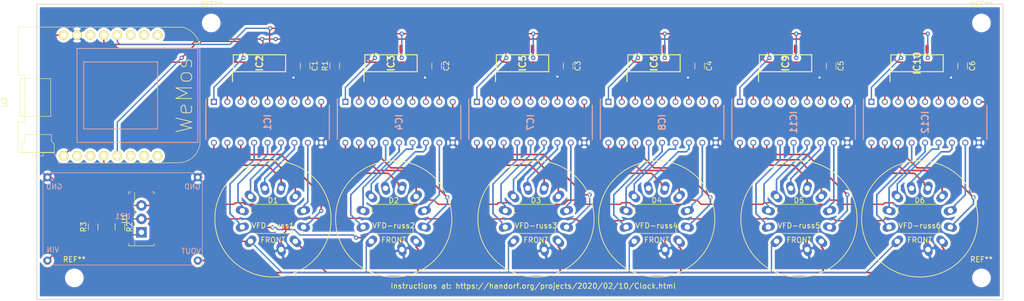
<source format=kicad_pcb>
(kicad_pcb (version 20171130) (host pcbnew "(5.1.4)-1")
  (layers (0 F.Cu signal) (31 B.Cu signal) (34 B.Paste user) (35 F.Paste user) (36 B.SilkS user) (37 F.SilkS user) (38 B.Mask user) (39 F.Mask user) (44 Edge.Cuts user))
  (net 0 "")
  (net 1 GND)
  (net 2 "Net-(D1-Pad2)")
  (net 3 "Net-(D1-Pad4)")
  (net 4 "Net-(D2-Pad2)")
  (net 5 "Net-(D3-Pad2)")
  (net 6 "Net-(D4-Pad2)")
  (net 7 "Net-(D5-Pad2)")
  (net 8 "Net-(IC1-Pad18)")
  (net 9 "Net-(IC1-Pad17)")
  (net 10 "Net-(IC1-Pad16)")
  (net 11 "Net-(IC1-Pad15)")
  (net 12 "Net-(IC1-Pad14)")
  (net 13 "Net-(IC1-Pad13)")
  (net 14 "Net-(IC1-Pad12)")
  (net 15 "Net-(IC1-Pad11)")
  (net 16 VCC24)
  (net 17 "Net-(IC1-Pad8)")
  (net 18 "Net-(IC1-Pad7)")
  (net 19 "Net-(IC1-Pad6)")
  (net 20 "Net-(IC1-Pad5)")
  (net 21 "Net-(IC1-Pad4)")
  (net 22 "Net-(IC1-Pad3)")
  (net 23 "Net-(IC1-Pad2)")
  (net 24 "Net-(IC1-Pad1)")
  (net 25 SER)
  (net 26 "Net-(IC2-Pad10)")
  (net 27 "Net-(IC3-Pad1)")
  (net 28 "Net-(IC3-Pad2)")
  (net 29 "Net-(IC3-Pad3)")
  (net 30 "Net-(IC3-Pad4)")
  (net 31 "Net-(IC3-Pad5)")
  (net 32 "Net-(IC3-Pad6)")
  (net 33 "Net-(IC3-Pad7)")
  (net 34 "Net-(IC4-Pad11)")
  (net 35 "Net-(IC4-Pad12)")
  (net 36 "Net-(IC4-Pad13)")
  (net 37 "Net-(IC4-Pad14)")
  (net 38 "Net-(IC4-Pad15)")
  (net 39 "Net-(IC4-Pad16)")
  (net 40 "Net-(IC4-Pad17)")
  (net 41 "Net-(IC4-Pad18)")
  (net 42 "Net-(IC5-Pad15)")
  (net 43 "Net-(IC5-Pad7)")
  (net 44 "Net-(IC5-Pad6)")
  (net 45 "Net-(IC5-Pad5)")
  (net 46 "Net-(IC5-Pad4)")
  (net 47 "Net-(IC5-Pad3)")
  (net 48 "Net-(IC5-Pad2)")
  (net 49 "Net-(IC5-Pad1)")
  (net 50 "Net-(IC6-Pad1)")
  (net 51 "Net-(IC6-Pad2)")
  (net 52 "Net-(IC6-Pad3)")
  (net 53 "Net-(IC6-Pad4)")
  (net 54 "Net-(IC6-Pad5)")
  (net 55 "Net-(IC6-Pad6)")
  (net 56 "Net-(IC6-Pad7)")
  (net 57 "Net-(IC7-Pad18)")
  (net 58 "Net-(IC7-Pad17)")
  (net 59 "Net-(IC7-Pad16)")
  (net 60 "Net-(IC7-Pad15)")
  (net 61 "Net-(IC7-Pad14)")
  (net 62 "Net-(IC7-Pad13)")
  (net 63 "Net-(IC7-Pad12)")
  (net 64 "Net-(IC7-Pad11)")
  (net 65 "Net-(IC8-Pad11)")
  (net 66 "Net-(IC8-Pad12)")
  (net 67 "Net-(IC8-Pad13)")
  (net 68 "Net-(IC8-Pad14)")
  (net 69 "Net-(IC8-Pad15)")
  (net 70 "Net-(IC8-Pad16)")
  (net 71 "Net-(IC8-Pad17)")
  (net 72 "Net-(IC8-Pad18)")
  (net 73 "Net-(IC11-Pad2)")
  (net 74 "Net-(IC11-Pad3)")
  (net 75 "Net-(IC11-Pad4)")
  (net 76 "Net-(IC11-Pad5)")
  (net 77 "Net-(IC11-Pad6)")
  (net 78 "Net-(IC11-Pad7)")
  (net 79 "Net-(IC11-Pad8)")
  (net 80 "Net-(IC10-Pad14)")
  (net 81 "Net-(IC11-Pad1)")
  (net 82 "Net-(IC10-Pad15)")
  (net 83 "Net-(IC10-Pad7)")
  (net 84 "Net-(IC10-Pad6)")
  (net 85 "Net-(IC10-Pad5)")
  (net 86 "Net-(IC10-Pad4)")
  (net 87 "Net-(IC10-Pad3)")
  (net 88 "Net-(IC10-Pad2)")
  (net 89 "Net-(IC10-Pad1)")
  (net 90 "Net-(IC11-Pad11)")
  (net 91 "Net-(IC11-Pad12)")
  (net 92 "Net-(IC11-Pad13)")
  (net 93 "Net-(IC11-Pad14)")
  (net 94 "Net-(IC11-Pad15)")
  (net 95 "Net-(IC11-Pad16)")
  (net 96 "Net-(IC11-Pad17)")
  (net 97 "Net-(IC11-Pad18)")
  (net 98 "Net-(IC12-Pad18)")
  (net 99 "Net-(IC12-Pad17)")
  (net 100 "Net-(IC12-Pad16)")
  (net 101 "Net-(IC12-Pad15)")
  (net 102 "Net-(IC12-Pad14)")
  (net 103 "Net-(IC12-Pad13)")
  (net 104 "Net-(IC12-Pad12)")
  (net 105 "Net-(IC12-Pad11)")
  (net 106 VCC1.5)
  (net 107 "Net-(R2-Pad2)")
  (net 108 VCC5)
  (net 109 "Net-(C1-Pad1)")
  (net 110 RCLK)
  (net 111 SRCLK)
  (net 112 "Net-(IC2-Pad9)")
  (net 113 SER1)
  (net 114 "Net-(IC3-Pad15)")
  (net 115 "Net-(IC5-Pad9)")
  (net 116 SER2)
  (net 117 "Net-(IC6-Pad15)")
  (module MountingHole:MountingHole_2.5mm (layer F.Cu) (at 50.8 54.356)
    (fp_text reference REF** (at 0 -3.5) (layer F.SilkS))
    (fp_text value MountingHole_2.5mm)
    (pad 1 np_thru_hole circle (at 0 0) (size 2.5 2.5) (drill 2.5) (layers *.Cu *.Mask))
  )
  (module MountingHole:MountingHole_2.5mm (layer F.Cu) (at 196.596 54.356)
    (fp_text reference REF** (at 0 -3.5) (layer F.SilkS))
    (fp_text value MountingHole_2.5mm)
    (pad 1 np_thru_hole circle (at 0 0) (size 2.5 2.5) (drill 2.5) (layers *.Cu *.Mask))
  )
  (module MountingHole:MountingHole_2.5mm (layer F.Cu) (at 196.596 102.616)
    (fp_text reference REF** (at 0 -3.5) (layer F.SilkS))
    (fp_text value MountingHole_2.5mm)
    (pad 1 np_thru_hole circle (at 0 0) (size 2.5 2.5) (drill 2.5) (layers *.Cu *.Mask))
  )
  (module MountingHole:MountingHole_2.5mm (layer F.Cu) (at 24.892 102.616)
    (fp_text reference REF** (at 0 -3.5) (layer F.SilkS))
    (fp_text value MountingHole_2.5mm)
    (pad 1 np_thru_hole circle (at 0 0) (size 2.5 2.5) (drill 2.5) (layers *.Cu *.Mask))
  )
  (module SOIC127P600X175-16N (layer F.Cu) (at 84.836 61.976 90)
    (fp_text reference IC3 (at 0 0 90) (layer F.SilkS) (effects (font (size 1.27 1.27) (thickness 0.254))))
    (fp_text value SN74HC595D hide)
    (pad 1 smd rect (at -2.712 -4.445 180) (size 0.65 1.525) (layers F.Cu F.Paste F.Mask) (net 27 "Net-(IC3-Pad1)"))
    (pad 2 smd rect (at -2.712 -3.175 180) (size 0.65 1.525) (layers F.Cu F.Paste F.Mask) (net 28 "Net-(IC3-Pad2)"))
    (pad 3 smd rect (at -2.712 -1.905 180) (size 0.65 1.525) (layers F.Cu F.Paste F.Mask) (net 29 "Net-(IC3-Pad3)"))
    (pad 4 smd rect (at -2.712 -0.635 180) (size 0.65 1.525) (layers F.Cu F.Paste F.Mask) (net 30 "Net-(IC3-Pad4)"))
    (pad 5 smd rect (at -2.712 0.635 180) (size 0.65 1.525) (layers F.Cu F.Paste F.Mask) (net 31 "Net-(IC3-Pad5)"))
    (pad 6 smd rect (at -2.712 1.905 180) (size 0.65 1.525) (layers F.Cu F.Paste F.Mask) (net 32 "Net-(IC3-Pad6)"))
    (pad 7 smd rect (at -2.712 3.175 180) (size 0.65 1.525) (layers F.Cu F.Paste F.Mask) (net 33 "Net-(IC3-Pad7)"))
    (pad 8 smd rect (at -2.712 4.445 180) (size 0.65 1.525) (layers F.Cu F.Paste F.Mask) (net 1 GND))
    (pad 9 smd rect (at 2.712 4.445 180) (size 0.65 1.525) (layers F.Cu F.Paste F.Mask) (net 113 SER1))
    (pad 10 smd rect (at 2.712 3.175 180) (size 0.65 1.525) (layers F.Cu F.Paste F.Mask))
    (pad 11 smd rect (at 2.712 1.905 180) (size 0.65 1.525) (layers F.Cu F.Paste F.Mask) (net 111 SRCLK))
    (pad 12 smd rect (at 2.712 0.635 180) (size 0.65 1.525) (layers F.Cu F.Paste F.Mask) (net 110 RCLK))
    (pad 13 smd rect (at 2.712 -0.635 180) (size 0.65 1.525) (layers F.Cu F.Paste F.Mask) (net 1 GND))
    (pad 14 smd rect (at 2.712 -1.905 180) (size 0.65 1.525) (layers F.Cu F.Paste F.Mask) (net 112 "Net-(IC2-Pad9)"))
    (pad 15 smd rect (at 2.712 -3.175 180) (size 0.65 1.525) (layers F.Cu F.Paste F.Mask) (net 114 "Net-(IC3-Pad15)"))
    (pad 16 smd rect (at 2.712 -4.445 180) (size 0.65 1.525) (layers F.Cu F.Paste F.Mask) (net 109 "Net-(C1-Pad1)"))
  )
  (module VFD:IV-11 (layer F.Cu) (at 135.128 91.44)
    (fp_text reference VFD-russ4 (at 0 1.27) (layer F.SilkS))
    (fp_text value IV-11-M2)
    (fp_text user FRONT (at 0 4) (layer F.SilkS))
    (pad 1 thru_hole oval (at 1.552914 5.795555 105) (size 2.5 1.524) (drill 1) (layers *.Cu *.Mask) (net 1 GND))
    (pad 2 thru_hole oval (at 4.24264 4.242641 135) (size 2.5 1.524) (drill 1) (layers *.Cu *.Mask) (net 16 VCC24))
    (pad 3 thru_hole oval (at 5.795555 1.552915 165) (size 2.5 1.524) (drill 1) (layers *.Cu *.Mask) (net 70 "Net-(IC8-Pad16)"))
    (pad 4 thru_hole oval (at 5.795555 -1.552914 195) (size 2.5 1.524) (drill 1) (layers *.Cu *.Mask) (net 65 "Net-(IC8-Pad11)"))
    (pad 5 thru_hole oval (at 4.242641 -4.24264 225) (size 2.5 1.524) (drill 1) (layers *.Cu *.Mask) (net 71 "Net-(IC8-Pad17)"))
    (pad 6 thru_hole oval (at 1.552915 -5.795555 255) (size 2.5 1.524) (drill 1) (layers *.Cu *.Mask) (net 72 "Net-(IC8-Pad18)"))
    (pad 7 thru_hole oval (at -1.552914 -5.795555 285) (size 2.5 1.524) (drill 1) (layers *.Cu *.Mask) (net 66 "Net-(IC8-Pad12)"))
    (pad 8 thru_hole oval (at -4.24264 -4.242641 315) (size 2.5 1.524) (drill 1) (layers *.Cu *.Mask) (net 67 "Net-(IC8-Pad13)"))
    (pad 9 thru_hole oval (at -5.795555 -1.552915 345) (size 2.5 1.524) (drill 1) (layers *.Cu *.Mask) (net 68 "Net-(IC8-Pad14)"))
    (pad 10 thru_hole oval (at -5.795555 1.552914 15) (size 2.5 1.524) (drill 1) (layers *.Cu *.Mask) (net 69 "Net-(IC8-Pad15)"))
    (pad 11 thru_hole oval (at -4.242641 4.24264 45) (size 2.5 1.524) (drill 1) (layers *.Cu *.Mask) (net 106 VCC1.5))
  )
  (module VFD:IV-11 (layer F.Cu) (at 162.052 91.44)
    (fp_text reference VFD-russ5 (at 0 1.27) (layer F.SilkS))
    (fp_text value IV-11-S1)
    (fp_text user FRONT (at 0 4) (layer F.SilkS))
    (pad 1 thru_hole oval (at 1.552914 5.795555 105) (size 2.5 1.524) (drill 1) (layers *.Cu *.Mask) (net 1 GND))
    (pad 2 thru_hole oval (at 4.24264 4.242641 135) (size 2.5 1.524) (drill 1) (layers *.Cu *.Mask) (net 16 VCC24))
    (pad 3 thru_hole oval (at 5.795555 1.552915 165) (size 2.5 1.524) (drill 1) (layers *.Cu *.Mask) (net 95 "Net-(IC11-Pad16)"))
    (pad 4 thru_hole oval (at 5.795555 -1.552914 195) (size 2.5 1.524) (drill 1) (layers *.Cu *.Mask) (net 90 "Net-(IC11-Pad11)"))
    (pad 5 thru_hole oval (at 4.242641 -4.24264 225) (size 2.5 1.524) (drill 1) (layers *.Cu *.Mask) (net 96 "Net-(IC11-Pad17)"))
    (pad 6 thru_hole oval (at 1.552915 -5.795555 255) (size 2.5 1.524) (drill 1) (layers *.Cu *.Mask) (net 97 "Net-(IC11-Pad18)"))
    (pad 7 thru_hole oval (at -1.552914 -5.795555 285) (size 2.5 1.524) (drill 1) (layers *.Cu *.Mask) (net 91 "Net-(IC11-Pad12)"))
    (pad 8 thru_hole oval (at -4.24264 -4.242641 315) (size 2.5 1.524) (drill 1) (layers *.Cu *.Mask) (net 92 "Net-(IC11-Pad13)"))
    (pad 9 thru_hole oval (at -5.795555 -1.552915 345) (size 2.5 1.524) (drill 1) (layers *.Cu *.Mask) (net 93 "Net-(IC11-Pad14)"))
    (pad 10 thru_hole oval (at -5.795555 1.552914 15) (size 2.5 1.524) (drill 1) (layers *.Cu *.Mask) (net 94 "Net-(IC11-Pad15)"))
    (pad 11 thru_hole oval (at -4.242641 4.24264 45) (size 2.5 1.524) (drill 1) (layers *.Cu *.Mask) (net 106 VCC1.5))
  )
  (module Wimos:D1_mini_board (layer F.Cu) (at 30.48 68.072 270)
    (fp_text reference U2 (at 1.27 18.81 90) (layer F.SilkS))
    (fp_text value WeMos_mini)
    (fp_text user WeMos (at 0 -15.24 90) (layer F.SilkS) (effects (font (size 3 3))))
    (pad 8 thru_hole circle (at -11.43 -10.16 270) (size 1.8 1.8) (drill 1.016) (layers *.Cu *.Mask F.SilkS))
    (pad 7 thru_hole circle (at -11.43 -7.62 270) (size 1.8 1.8) (drill 1.016) (layers *.Cu *.Mask F.SilkS))
    (pad 6 thru_hole circle (at -11.43 -5.08 270) (size 1.8 1.8) (drill 1.016) (layers *.Cu *.Mask F.SilkS))
    (pad 5 thru_hole circle (at -11.43 -2.54 270) (size 1.8 1.8) (drill 1.016) (layers *.Cu *.Mask F.SilkS) (net 111 SRCLK))
    (pad 4 thru_hole circle (at -11.43 0 270) (size 1.8 1.8) (drill 1.016) (layers *.Cu *.Mask F.SilkS) (net 110 RCLK))
    (pad 3 thru_hole circle (at -11.43 2.54 270) (size 1.8 1.8) (drill 1.016) (layers *.Cu *.Mask F.SilkS))
    (pad 2 thru_hole circle (at -11.43 5.08 270) (size 1.8 1.8) (drill 1.016) (layers *.Cu *.Mask F.SilkS) (net 1 GND))
    (pad 1 thru_hole circle (at -11.43 7.62 270) (size 1.8 1.8) (drill 1.016) (layers *.Cu *.Mask F.SilkS) (net 108 VCC5))
    (pad 16 thru_hole circle (at 11.43 7.62 270) (size 1.8 1.8) (drill 1.016) (layers *.Cu *.Mask F.SilkS) (net 109 "Net-(C1-Pad1)"))
    (pad 15 thru_hole circle (at 11.43 5.08 270) (size 1.8 1.8) (drill 1.016) (layers *.Cu *.Mask F.SilkS))
    (pad 14 thru_hole circle (at 11.43 2.54 270) (size 1.8 1.8) (drill 1.016) (layers *.Cu *.Mask F.SilkS))
    (pad 13 thru_hole circle (at 11.43 0 270) (size 1.8 1.8) (drill 1.016) (layers *.Cu *.Mask F.SilkS) (net 3 "Net-(D1-Pad4)"))
    (pad 12 thru_hole circle (at 11.43 -2.54 270) (size 1.8 1.8) (drill 1.016) (layers *.Cu *.Mask F.SilkS) (net 25 SER))
    (pad 11 thru_hole circle (at 11.43 -5.08 270) (size 1.8 1.8) (drill 1.016) (layers *.Cu *.Mask F.SilkS))
    (pad 10 thru_hole circle (at 11.43 -7.62 270) (size 1.8 1.8) (drill 1.016) (layers *.Cu *.Mask F.SilkS))
    (pad 9 thru_hole circle (at 11.43 -10.16 270) (size 1.8 1.8) (drill 1.016) (layers *.Cu *.Mask F.SilkS))
  )
  (module VFD:IV-11 (layer F.Cu) (at 184.912 91.44)
    (fp_text reference VFD-russ6 (at 0 1.27) (layer F.SilkS))
    (fp_text value IV-11-S2)
    (fp_text user FRONT (at 0 4) (layer F.SilkS))
    (pad 1 thru_hole oval (at 1.552914 5.795555 105) (size 2.5 1.524) (drill 1) (layers *.Cu *.Mask) (net 1 GND))
    (pad 2 thru_hole oval (at 4.24264 4.242641 135) (size 2.5 1.524) (drill 1) (layers *.Cu *.Mask) (net 16 VCC24))
    (pad 3 thru_hole oval (at 5.795555 1.552915 165) (size 2.5 1.524) (drill 1) (layers *.Cu *.Mask) (net 100 "Net-(IC12-Pad16)"))
    (pad 4 thru_hole oval (at 5.795555 -1.552914 195) (size 2.5 1.524) (drill 1) (layers *.Cu *.Mask) (net 105 "Net-(IC12-Pad11)"))
    (pad 5 thru_hole oval (at 4.242641 -4.24264 225) (size 2.5 1.524) (drill 1) (layers *.Cu *.Mask) (net 99 "Net-(IC12-Pad17)"))
    (pad 6 thru_hole oval (at 1.552915 -5.795555 255) (size 2.5 1.524) (drill 1) (layers *.Cu *.Mask) (net 98 "Net-(IC12-Pad18)"))
    (pad 7 thru_hole oval (at -1.552914 -5.795555 285) (size 2.5 1.524) (drill 1) (layers *.Cu *.Mask) (net 104 "Net-(IC12-Pad12)"))
    (pad 8 thru_hole oval (at -4.24264 -4.242641 315) (size 2.5 1.524) (drill 1) (layers *.Cu *.Mask) (net 103 "Net-(IC12-Pad13)"))
    (pad 9 thru_hole oval (at -5.795555 -1.552915 345) (size 2.5 1.524) (drill 1) (layers *.Cu *.Mask) (net 102 "Net-(IC12-Pad14)"))
    (pad 10 thru_hole oval (at -5.795555 1.552914 15) (size 2.5 1.524) (drill 1) (layers *.Cu *.Mask) (net 101 "Net-(IC12-Pad15)"))
    (pad 11 thru_hole oval (at -4.242641 4.24264 45) (size 2.5 1.524) (drill 1) (layers *.Cu *.Mask) (net 106 VCC1.5))
  )
  (module VFD:IV-11 (layer F.Cu) (at 112.268 91.44)
    (fp_text reference VFD-russ3 (at 0 1.27) (layer F.SilkS))
    (fp_text value IV-11-M1)
    (fp_text user FRONT (at 0 4) (layer F.SilkS))
    (pad 1 thru_hole oval (at 1.552914 5.795555 105) (size 2.5 1.524) (drill 1) (layers *.Cu *.Mask) (net 1 GND))
    (pad 2 thru_hole oval (at 4.24264 4.242641 135) (size 2.5 1.524) (drill 1) (layers *.Cu *.Mask) (net 16 VCC24))
    (pad 3 thru_hole oval (at 5.795555 1.552915 165) (size 2.5 1.524) (drill 1) (layers *.Cu *.Mask) (net 59 "Net-(IC7-Pad16)"))
    (pad 4 thru_hole oval (at 5.795555 -1.552914 195) (size 2.5 1.524) (drill 1) (layers *.Cu *.Mask) (net 64 "Net-(IC7-Pad11)"))
    (pad 5 thru_hole oval (at 4.242641 -4.24264 225) (size 2.5 1.524) (drill 1) (layers *.Cu *.Mask) (net 58 "Net-(IC7-Pad17)"))
    (pad 6 thru_hole oval (at 1.552915 -5.795555 255) (size 2.5 1.524) (drill 1) (layers *.Cu *.Mask) (net 57 "Net-(IC7-Pad18)"))
    (pad 7 thru_hole oval (at -1.552914 -5.795555 285) (size 2.5 1.524) (drill 1) (layers *.Cu *.Mask) (net 63 "Net-(IC7-Pad12)"))
    (pad 8 thru_hole oval (at -4.24264 -4.242641 315) (size 2.5 1.524) (drill 1) (layers *.Cu *.Mask) (net 62 "Net-(IC7-Pad13)"))
    (pad 9 thru_hole oval (at -5.795555 -1.552915 345) (size 2.5 1.524) (drill 1) (layers *.Cu *.Mask) (net 61 "Net-(IC7-Pad14)"))
    (pad 10 thru_hole oval (at -5.795555 1.552914 15) (size 2.5 1.524) (drill 1) (layers *.Cu *.Mask) (net 60 "Net-(IC7-Pad15)"))
    (pad 11 thru_hole oval (at -4.242641 4.24264 45) (size 2.5 1.524) (drill 1) (layers *.Cu *.Mask) (net 106 VCC1.5))
  )
  (module VFD:IV-11 (layer F.Cu) (at 85.344 91.44)
    (fp_text reference VFD-russ2 (at 0 1.27) (layer F.SilkS))
    (fp_text value IV-11-H2)
    (fp_text user FRONT (at 0 4) (layer F.SilkS))
    (pad 1 thru_hole oval (at 1.552914 5.795555 105) (size 2.5 1.524) (drill 1) (layers *.Cu *.Mask) (net 1 GND))
    (pad 2 thru_hole oval (at 4.24264 4.242641 135) (size 2.5 1.524) (drill 1) (layers *.Cu *.Mask) (net 16 VCC24))
    (pad 3 thru_hole oval (at 5.795555 1.552915 165) (size 2.5 1.524) (drill 1) (layers *.Cu *.Mask) (net 39 "Net-(IC4-Pad16)"))
    (pad 4 thru_hole oval (at 5.795555 -1.552914 195) (size 2.5 1.524) (drill 1) (layers *.Cu *.Mask) (net 34 "Net-(IC4-Pad11)"))
    (pad 5 thru_hole oval (at 4.242641 -4.24264 225) (size 2.5 1.524) (drill 1) (layers *.Cu *.Mask) (net 40 "Net-(IC4-Pad17)"))
    (pad 6 thru_hole oval (at 1.552915 -5.795555 255) (size 2.5 1.524) (drill 1) (layers *.Cu *.Mask) (net 41 "Net-(IC4-Pad18)"))
    (pad 7 thru_hole oval (at -1.552914 -5.795555 285) (size 2.5 1.524) (drill 1) (layers *.Cu *.Mask) (net 35 "Net-(IC4-Pad12)"))
    (pad 8 thru_hole oval (at -4.24264 -4.242641 315) (size 2.5 1.524) (drill 1) (layers *.Cu *.Mask) (net 36 "Net-(IC4-Pad13)"))
    (pad 9 thru_hole oval (at -5.795555 -1.552915 345) (size 2.5 1.524) (drill 1) (layers *.Cu *.Mask) (net 37 "Net-(IC4-Pad14)"))
    (pad 10 thru_hole oval (at -5.795555 1.552914 15) (size 2.5 1.524) (drill 1) (layers *.Cu *.Mask) (net 38 "Net-(IC4-Pad15)"))
    (pad 11 thru_hole oval (at -4.242641 4.24264 45) (size 2.5 1.524) (drill 1) (layers *.Cu *.Mask) (net 106 VCC1.5))
  )
  (module VFD:IV-11 (layer F.Cu) (at 62.484 91.44)
    (fp_text reference VFD-russ1 (at 0 1.27) (layer F.SilkS))
    (fp_text value IV-11-H1)
    (fp_text user FRONT (at 0 4) (layer F.SilkS))
    (pad 1 thru_hole oval (at 1.552914 5.795555 105) (size 2.5 1.524) (drill 1) (layers *.Cu *.Mask) (net 1 GND))
    (pad 2 thru_hole oval (at 4.24264 4.242641 135) (size 2.5 1.524) (drill 1) (layers *.Cu *.Mask) (net 16 VCC24))
    (pad 3 thru_hole oval (at 5.795555 1.552915 165) (size 2.5 1.524) (drill 1) (layers *.Cu *.Mask) (net 10 "Net-(IC1-Pad16)"))
    (pad 4 thru_hole oval (at 5.795555 -1.552914 195) (size 2.5 1.524) (drill 1) (layers *.Cu *.Mask) (net 15 "Net-(IC1-Pad11)"))
    (pad 5 thru_hole oval (at 4.242641 -4.24264 225) (size 2.5 1.524) (drill 1) (layers *.Cu *.Mask) (net 9 "Net-(IC1-Pad17)"))
    (pad 6 thru_hole oval (at 1.552915 -5.795555 255) (size 2.5 1.524) (drill 1) (layers *.Cu *.Mask) (net 8 "Net-(IC1-Pad18)"))
    (pad 7 thru_hole oval (at -1.552914 -5.795555 285) (size 2.5 1.524) (drill 1) (layers *.Cu *.Mask) (net 14 "Net-(IC1-Pad12)"))
    (pad 8 thru_hole oval (at -4.24264 -4.242641 315) (size 2.5 1.524) (drill 1) (layers *.Cu *.Mask) (net 13 "Net-(IC1-Pad13)"))
    (pad 9 thru_hole oval (at -5.795555 -1.552915 345) (size 2.5 1.524) (drill 1) (layers *.Cu *.Mask) (net 12 "Net-(IC1-Pad14)"))
    (pad 10 thru_hole oval (at -5.795555 1.552914 15) (size 2.5 1.524) (drill 1) (layers *.Cu *.Mask) (net 11 "Net-(IC1-Pad15)"))
    (pad 11 thru_hole oval (at -4.242641 4.24264 45) (size 2.5 1.524) (drill 1) (layers *.Cu *.Mask) (net 106 VCC1.5))
  )
  (module Capacitor_SMD:C_1206_3216Metric_Pad1.42x1.75mm_HandSolder (layer F.Cu) (at 68.58 62.484 270)
    (fp_text reference C1 (at 0 -1.82 90) (layer F.SilkS))
    (fp_text value 0.1uF)
    (pad 2 smd roundrect (at 1.4875 0 270) (size 1.425 1.75) (layers F.Cu F.Paste F.Mask) (roundrect_rratio 0.175439) (net 1 GND))
    (pad 1 smd roundrect (at -1.4875 0 270) (size 1.425 1.75) (layers F.Cu F.Paste F.Mask) (roundrect_rratio 0.175439) (net 109 "Net-(C1-Pad1)"))
  )
  (module Capacitor_SMD:C_1206_3216Metric_Pad1.42x1.75mm_HandSolder (layer F.Cu) (at 93.472 62.484 270)
    (fp_text reference C2 (at 0 -1.82 90) (layer F.SilkS))
    (fp_text value 0.1uF)
    (pad 1 smd roundrect (at -1.4875 0 270) (size 1.425 1.75) (layers F.Cu F.Paste F.Mask) (roundrect_rratio 0.175439) (net 109 "Net-(C1-Pad1)"))
    (pad 2 smd roundrect (at 1.4875 0 270) (size 1.425 1.75) (layers F.Cu F.Paste F.Mask) (roundrect_rratio 0.175439) (net 1 GND))
  )
  (module Capacitor_SMD:C_1206_3216Metric_Pad1.42x1.75mm_HandSolder (layer F.Cu) (at 118.364 62.484 270)
    (fp_text reference C3 (at 0 -1.82 90) (layer F.SilkS))
    (fp_text value 0.1uF)
    (pad 2 smd roundrect (at 1.4875 0 270) (size 1.425 1.75) (layers F.Cu F.Paste F.Mask) (roundrect_rratio 0.175439) (net 1 GND))
    (pad 1 smd roundrect (at -1.4875 0 270) (size 1.425 1.75) (layers F.Cu F.Paste F.Mask) (roundrect_rratio 0.175439) (net 109 "Net-(C1-Pad1)"))
  )
  (module Capacitor_SMD:C_1206_3216Metric_Pad1.42x1.75mm_HandSolder (layer F.Cu) (at 143.256 62.484 270)
    (fp_text reference C4 (at 0 -1.82 90) (layer F.SilkS))
    (fp_text value 0.1uF)
    (pad 1 smd roundrect (at -1.4875 0 270) (size 1.425 1.75) (layers F.Cu F.Paste F.Mask) (roundrect_rratio 0.175439) (net 109 "Net-(C1-Pad1)"))
    (pad 2 smd roundrect (at 1.4875 0 270) (size 1.425 1.75) (layers F.Cu F.Paste F.Mask) (roundrect_rratio 0.175439) (net 1 GND))
  )
  (module Capacitor_SMD:C_1206_3216Metric_Pad1.42x1.75mm_HandSolder (layer F.Cu) (at 168.148 62.484 270)
    (fp_text reference C5 (at 0 -1.82 90) (layer F.SilkS))
    (fp_text value 0.1uF)
    (pad 2 smd roundrect (at 1.4875 0 270) (size 1.425 1.75) (layers F.Cu F.Paste F.Mask) (roundrect_rratio 0.175439) (net 1 GND))
    (pad 1 smd roundrect (at -1.4875 0 270) (size 1.425 1.75) (layers F.Cu F.Paste F.Mask) (roundrect_rratio 0.175439) (net 109 "Net-(C1-Pad1)"))
  )
  (module Capacitor_SMD:C_1206_3216Metric_Pad1.42x1.75mm_HandSolder (layer F.Cu) (at 193.04 62.484 270)
    (fp_text reference C6 (at 0 -1.82 90) (layer F.SilkS))
    (fp_text value 0.1uF)
    (pad 1 smd roundrect (at -1.4875 0 270) (size 1.425 1.75) (layers F.Cu F.Paste F.Mask) (roundrect_rratio 0.175439) (net 109 "Net-(C1-Pad1)"))
    (pad 2 smd roundrect (at 1.4875 0 270) (size 1.425 1.75) (layers F.Cu F.Paste F.Mask) (roundrect_rratio 0.175439) (net 1 GND))
  )
  (module LED_SMD:LED_WS2812B_PLCC4_5.0x5.0mm_P3.2mm (layer F.Cu) (at 62.484 91.44)
    (fp_text reference D1 (at 0 -3.5) (layer F.SilkS))
    (fp_text value WS2812B)
    (fp_text user 1 (at -4.15 -1.6) (layer F.SilkS))
    (pad 1 smd rect (at -2.45 -1.6) (size 1.5 1) (layers F.Cu F.Paste F.Mask) (net 108 VCC5))
    (pad 2 smd rect (at -2.45 1.6) (size 1.5 1) (layers F.Cu F.Paste F.Mask) (net 2 "Net-(D1-Pad2)"))
    (pad 4 smd rect (at 2.45 -1.6) (size 1.5 1) (layers F.Cu F.Paste F.Mask) (net 3 "Net-(D1-Pad4)"))
    (pad 3 smd rect (at 2.45 1.6) (size 1.5 1) (layers F.Cu F.Paste F.Mask) (net 1 GND))
  )
  (module LED_SMD:LED_WS2812B_PLCC4_5.0x5.0mm_P3.2mm (layer F.Cu) (at 85.344 91.44)
    (fp_text reference D2 (at 0 -3.5) (layer F.SilkS))
    (fp_text value WS2812B)
    (fp_text user 1 (at -4.15 -1.6) (layer F.SilkS))
    (pad 3 smd rect (at 2.45 1.6) (size 1.5 1) (layers F.Cu F.Paste F.Mask) (net 1 GND))
    (pad 4 smd rect (at 2.45 -1.6) (size 1.5 1) (layers F.Cu F.Paste F.Mask) (net 2 "Net-(D1-Pad2)"))
    (pad 2 smd rect (at -2.45 1.6) (size 1.5 1) (layers F.Cu F.Paste F.Mask) (net 4 "Net-(D2-Pad2)"))
    (pad 1 smd rect (at -2.45 -1.6) (size 1.5 1) (layers F.Cu F.Paste F.Mask) (net 108 VCC5))
  )
  (module LED_SMD:LED_WS2812B_PLCC4_5.0x5.0mm_P3.2mm (layer F.Cu) (at 112.268 91.44)
    (fp_text reference D3 (at 0 -3.5) (layer F.SilkS))
    (fp_text value WS2812B)
    (fp_text user 1 (at -4.15 -1.6) (layer F.SilkS))
    (pad 3 smd rect (at 2.45 1.6) (size 1.5 1) (layers F.Cu F.Paste F.Mask) (net 1 GND))
    (pad 4 smd rect (at 2.45 -1.6) (size 1.5 1) (layers F.Cu F.Paste F.Mask) (net 4 "Net-(D2-Pad2)"))
    (pad 2 smd rect (at -2.45 1.6) (size 1.5 1) (layers F.Cu F.Paste F.Mask) (net 5 "Net-(D3-Pad2)"))
    (pad 1 smd rect (at -2.45 -1.6) (size 1.5 1) (layers F.Cu F.Paste F.Mask) (net 108 VCC5))
  )
  (module LED_SMD:LED_WS2812B_PLCC4_5.0x5.0mm_P3.2mm (layer F.Cu) (at 135.128 91.44)
    (fp_text reference D4 (at 0 -3.5) (layer F.SilkS))
    (fp_text value WS2812B)
    (fp_text user 1 (at -4.15 -1.6) (layer F.SilkS))
    (pad 1 smd rect (at -2.45 -1.6) (size 1.5 1) (layers F.Cu F.Paste F.Mask) (net 108 VCC5))
    (pad 2 smd rect (at -2.45 1.6) (size 1.5 1) (layers F.Cu F.Paste F.Mask) (net 6 "Net-(D4-Pad2)"))
    (pad 4 smd rect (at 2.45 -1.6) (size 1.5 1) (layers F.Cu F.Paste F.Mask) (net 5 "Net-(D3-Pad2)"))
    (pad 3 smd rect (at 2.45 1.6) (size 1.5 1) (layers F.Cu F.Paste F.Mask) (net 1 GND))
  )
  (module LED_SMD:LED_WS2812B_PLCC4_5.0x5.0mm_P3.2mm (layer F.Cu) (at 162.052 91.44)
    (fp_text reference D5 (at 0 -3.5) (layer F.SilkS))
    (fp_text value WS2812B)
    (fp_text user 1 (at -4.15 -1.6) (layer F.SilkS))
    (pad 3 smd rect (at 2.45 1.6) (size 1.5 1) (layers F.Cu F.Paste F.Mask) (net 1 GND))
    (pad 4 smd rect (at 2.45 -1.6) (size 1.5 1) (layers F.Cu F.Paste F.Mask) (net 6 "Net-(D4-Pad2)"))
    (pad 2 smd rect (at -2.45 1.6) (size 1.5 1) (layers F.Cu F.Paste F.Mask) (net 7 "Net-(D5-Pad2)"))
    (pad 1 smd rect (at -2.45 -1.6) (size 1.5 1) (layers F.Cu F.Paste F.Mask) (net 108 VCC5))
  )
  (module LED_SMD:LED_WS2812B_PLCC4_5.0x5.0mm_P3.2mm (layer F.Cu) (at 184.912 91.44)
    (fp_text reference D6 (at 0 -3.5) (layer F.SilkS))
    (fp_text value WS2812B)
    (fp_text user 1 (at -4.15 -1.6) (layer F.SilkS))
    (pad 1 smd rect (at -2.45 -1.6) (size 1.5 1) (layers F.Cu F.Paste F.Mask) (net 108 VCC5))
    (pad 2 smd rect (at -2.45 1.6) (size 1.5 1) (layers F.Cu F.Paste F.Mask))
    (pad 4 smd rect (at 2.45 -1.6) (size 1.5 1) (layers F.Cu F.Paste F.Mask) (net 7 "Net-(D5-Pad2)"))
    (pad 3 smd rect (at 2.45 1.6) (size 1.5 1) (layers F.Cu F.Paste F.Mask) (net 1 GND))
  )
  (module DIP773W53P254L2337H394Q18N (layer B.Cu) (at 61.468 73.152 270)
    (fp_text reference IC1 (at 0 0 270) (layer B.SilkS) (effects (font (size 1.27 1.27) (thickness 0.254)) (justify mirror)))
    (fp_text value MIC2981_82YN hide)
    (pad 18 thru_hole circle (at 3.866 10.16 270) (size 1.133 1.133) (drill 0.733) (layers *.Cu *.Mask) (net 8 "Net-(IC1-Pad18)"))
    (pad 17 thru_hole circle (at 3.866 7.62 270) (size 1.133 1.133) (drill 0.733) (layers *.Cu *.Mask) (net 9 "Net-(IC1-Pad17)"))
    (pad 16 thru_hole circle (at 3.866 5.08 270) (size 1.133 1.133) (drill 0.733) (layers *.Cu *.Mask) (net 10 "Net-(IC1-Pad16)"))
    (pad 15 thru_hole circle (at 3.866 2.54 270) (size 1.133 1.133) (drill 0.733) (layers *.Cu *.Mask) (net 11 "Net-(IC1-Pad15)"))
    (pad 14 thru_hole circle (at 3.866 0 270) (size 1.133 1.133) (drill 0.733) (layers *.Cu *.Mask) (net 12 "Net-(IC1-Pad14)"))
    (pad 13 thru_hole circle (at 3.866 -2.54 270) (size 1.133 1.133) (drill 0.733) (layers *.Cu *.Mask) (net 13 "Net-(IC1-Pad13)"))
    (pad 12 thru_hole circle (at 3.866 -5.08 270) (size 1.133 1.133) (drill 0.733) (layers *.Cu *.Mask) (net 14 "Net-(IC1-Pad12)"))
    (pad 11 thru_hole circle (at 3.866 -7.62 270) (size 1.133 1.133) (drill 0.733) (layers *.Cu *.Mask) (net 15 "Net-(IC1-Pad11)"))
    (pad 10 thru_hole circle (at 3.866 -10.16 270) (size 1.133 1.133) (drill 0.733) (layers *.Cu *.Mask) (net 1 GND))
    (pad 9 thru_hole circle (at -3.866 -10.16 270) (size 1.133 1.133) (drill 0.733) (layers *.Cu *.Mask) (net 16 VCC24))
    (pad 8 thru_hole circle (at -3.866 -7.62 270) (size 1.133 1.133) (drill 0.733) (layers *.Cu *.Mask) (net 17 "Net-(IC1-Pad8)"))
    (pad 7 thru_hole circle (at -3.866 -5.08 270) (size 1.133 1.133) (drill 0.733) (layers *.Cu *.Mask) (net 18 "Net-(IC1-Pad7)"))
    (pad 6 thru_hole circle (at -3.866 -2.54 270) (size 1.133 1.133) (drill 0.733) (layers *.Cu *.Mask) (net 19 "Net-(IC1-Pad6)"))
    (pad 5 thru_hole circle (at -3.866 0 270) (size 1.133 1.133) (drill 0.733) (layers *.Cu *.Mask) (net 20 "Net-(IC1-Pad5)"))
    (pad 4 thru_hole circle (at -3.866 2.54 270) (size 1.133 1.133) (drill 0.733) (layers *.Cu *.Mask) (net 21 "Net-(IC1-Pad4)"))
    (pad 3 thru_hole circle (at -3.866 5.08 270) (size 1.133 1.133) (drill 0.733) (layers *.Cu *.Mask) (net 22 "Net-(IC1-Pad3)"))
    (pad 2 thru_hole circle (at -3.866 7.62 270) (size 1.133 1.133) (drill 0.733) (layers *.Cu *.Mask) (net 23 "Net-(IC1-Pad2)"))
    (pad 1 thru_hole rect (at -3.866 10.16 270) (size 1.133 1.133) (drill 0.733) (layers *.Cu *.Mask) (net 24 "Net-(IC1-Pad1)"))
  )
  (module SOIC127P600X175-16N (layer F.Cu) (at 59.944 61.976 90)
    (fp_text reference IC2 (at 0 0 90) (layer F.SilkS) (effects (font (size 1.27 1.27) (thickness 0.254))))
    (fp_text value SN74HC595D hide)
    (pad 16 smd rect (at 2.712 -4.445 180) (size 0.65 1.525) (layers F.Cu F.Paste F.Mask) (net 109 "Net-(C1-Pad1)"))
    (pad 15 smd rect (at 2.712 -3.175 180) (size 0.65 1.525) (layers F.Cu F.Paste F.Mask) (net 24 "Net-(IC1-Pad1)"))
    (pad 14 smd rect (at 2.712 -1.905 180) (size 0.65 1.525) (layers F.Cu F.Paste F.Mask) (net 25 SER))
    (pad 13 smd rect (at 2.712 -0.635 180) (size 0.65 1.525) (layers F.Cu F.Paste F.Mask) (net 1 GND))
    (pad 12 smd rect (at 2.712 0.635 180) (size 0.65 1.525) (layers F.Cu F.Paste F.Mask) (net 110 RCLK))
    (pad 11 smd rect (at 2.712 1.905 180) (size 0.65 1.525) (layers F.Cu F.Paste F.Mask) (net 111 SRCLK))
    (pad 10 smd rect (at 2.712 3.175 180) (size 0.65 1.525) (layers F.Cu F.Paste F.Mask) (net 26 "Net-(IC2-Pad10)"))
    (pad 9 smd rect (at 2.712 4.445 180) (size 0.65 1.525) (layers F.Cu F.Paste F.Mask) (net 112 "Net-(IC2-Pad9)"))
    (pad 8 smd rect (at -2.712 4.445 180) (size 0.65 1.525) (layers F.Cu F.Paste F.Mask) (net 1 GND))
    (pad 7 smd rect (at -2.712 3.175 180) (size 0.65 1.525) (layers F.Cu F.Paste F.Mask) (net 17 "Net-(IC1-Pad8)"))
    (pad 6 smd rect (at -2.712 1.905 180) (size 0.65 1.525) (layers F.Cu F.Paste F.Mask) (net 18 "Net-(IC1-Pad7)"))
    (pad 5 smd rect (at -2.712 0.635 180) (size 0.65 1.525) (layers F.Cu F.Paste F.Mask) (net 19 "Net-(IC1-Pad6)"))
    (pad 4 smd rect (at -2.712 -0.635 180) (size 0.65 1.525) (layers F.Cu F.Paste F.Mask) (net 20 "Net-(IC1-Pad5)"))
    (pad 3 smd rect (at -2.712 -1.905 180) (size 0.65 1.525) (layers F.Cu F.Paste F.Mask) (net 21 "Net-(IC1-Pad4)"))
    (pad 2 smd rect (at -2.712 -3.175 180) (size 0.65 1.525) (layers F.Cu F.Paste F.Mask) (net 22 "Net-(IC1-Pad3)"))
    (pad 1 smd rect (at -2.712 -4.445 180) (size 0.65 1.525) (layers F.Cu F.Paste F.Mask) (net 23 "Net-(IC1-Pad2)"))
  )
  (module DIP773W53P254L2337H394Q18N (layer B.Cu) (at 86.36 73.152 270)
    (fp_text reference IC4 (at 0 0 270) (layer B.SilkS) (effects (font (size 1.27 1.27) (thickness 0.254)) (justify mirror)))
    (fp_text value MIC2981_82YN hide)
    (pad 1 thru_hole rect (at -3.866 10.16 270) (size 1.133 1.133) (drill 0.733) (layers *.Cu *.Mask) (net 114 "Net-(IC3-Pad15)"))
    (pad 2 thru_hole circle (at -3.866 7.62 270) (size 1.133 1.133) (drill 0.733) (layers *.Cu *.Mask) (net 27 "Net-(IC3-Pad1)"))
    (pad 3 thru_hole circle (at -3.866 5.08 270) (size 1.133 1.133) (drill 0.733) (layers *.Cu *.Mask) (net 28 "Net-(IC3-Pad2)"))
    (pad 4 thru_hole circle (at -3.866 2.54 270) (size 1.133 1.133) (drill 0.733) (layers *.Cu *.Mask) (net 29 "Net-(IC3-Pad3)"))
    (pad 5 thru_hole circle (at -3.866 0 270) (size 1.133 1.133) (drill 0.733) (layers *.Cu *.Mask) (net 30 "Net-(IC3-Pad4)"))
    (pad 6 thru_hole circle (at -3.866 -2.54 270) (size 1.133 1.133) (drill 0.733) (layers *.Cu *.Mask) (net 31 "Net-(IC3-Pad5)"))
    (pad 7 thru_hole circle (at -3.866 -5.08 270) (size 1.133 1.133) (drill 0.733) (layers *.Cu *.Mask) (net 32 "Net-(IC3-Pad6)"))
    (pad 8 thru_hole circle (at -3.866 -7.62 270) (size 1.133 1.133) (drill 0.733) (layers *.Cu *.Mask) (net 33 "Net-(IC3-Pad7)"))
    (pad 9 thru_hole circle (at -3.866 -10.16 270) (size 1.133 1.133) (drill 0.733) (layers *.Cu *.Mask) (net 16 VCC24))
    (pad 10 thru_hole circle (at 3.866 -10.16 270) (size 1.133 1.133) (drill 0.733) (layers *.Cu *.Mask) (net 1 GND))
    (pad 11 thru_hole circle (at 3.866 -7.62 270) (size 1.133 1.133) (drill 0.733) (layers *.Cu *.Mask) (net 34 "Net-(IC4-Pad11)"))
    (pad 12 thru_hole circle (at 3.866 -5.08 270) (size 1.133 1.133) (drill 0.733) (layers *.Cu *.Mask) (net 35 "Net-(IC4-Pad12)"))
    (pad 13 thru_hole circle (at 3.866 -2.54 270) (size 1.133 1.133) (drill 0.733) (layers *.Cu *.Mask) (net 36 "Net-(IC4-Pad13)"))
    (pad 14 thru_hole circle (at 3.866 0 270) (size 1.133 1.133) (drill 0.733) (layers *.Cu *.Mask) (net 37 "Net-(IC4-Pad14)"))
    (pad 15 thru_hole circle (at 3.866 2.54 270) (size 1.133 1.133) (drill 0.733) (layers *.Cu *.Mask) (net 38 "Net-(IC4-Pad15)"))
    (pad 16 thru_hole circle (at 3.866 5.08 270) (size 1.133 1.133) (drill 0.733) (layers *.Cu *.Mask) (net 39 "Net-(IC4-Pad16)"))
    (pad 17 thru_hole circle (at 3.866 7.62 270) (size 1.133 1.133) (drill 0.733) (layers *.Cu *.Mask) (net 40 "Net-(IC4-Pad17)"))
    (pad 18 thru_hole circle (at 3.866 10.16 270) (size 1.133 1.133) (drill 0.733) (layers *.Cu *.Mask) (net 41 "Net-(IC4-Pad18)"))
  )
  (module SOIC127P600X175-16N (layer F.Cu) (at 109.728 61.976 90)
    (fp_text reference IC5 (at 0 0 90) (layer F.SilkS) (effects (font (size 1.27 1.27) (thickness 0.254))))
    (fp_text value SN74HC595D hide)
    (pad 16 smd rect (at 2.712 -4.445 180) (size 0.65 1.525) (layers F.Cu F.Paste F.Mask) (net 109 "Net-(C1-Pad1)"))
    (pad 15 smd rect (at 2.712 -3.175 180) (size 0.65 1.525) (layers F.Cu F.Paste F.Mask) (net 42 "Net-(IC5-Pad15)"))
    (pad 14 smd rect (at 2.712 -1.905 180) (size 0.65 1.525) (layers F.Cu F.Paste F.Mask) (net 113 SER1))
    (pad 13 smd rect (at 2.712 -0.635 180) (size 0.65 1.525) (layers F.Cu F.Paste F.Mask) (net 1 GND))
    (pad 12 smd rect (at 2.712 0.635 180) (size 0.65 1.525) (layers F.Cu F.Paste F.Mask) (net 110 RCLK))
    (pad 11 smd rect (at 2.712 1.905 180) (size 0.65 1.525) (layers F.Cu F.Paste F.Mask) (net 111 SRCLK))
    (pad 10 smd rect (at 2.712 3.175 180) (size 0.65 1.525) (layers F.Cu F.Paste F.Mask))
    (pad 9 smd rect (at 2.712 4.445 180) (size 0.65 1.525) (layers F.Cu F.Paste F.Mask) (net 115 "Net-(IC5-Pad9)"))
    (pad 8 smd rect (at -2.712 4.445 180) (size 0.65 1.525) (layers F.Cu F.Paste F.Mask) (net 1 GND))
    (pad 7 smd rect (at -2.712 3.175 180) (size 0.65 1.525) (layers F.Cu F.Paste F.Mask) (net 43 "Net-(IC5-Pad7)"))
    (pad 6 smd rect (at -2.712 1.905 180) (size 0.65 1.525) (layers F.Cu F.Paste F.Mask) (net 44 "Net-(IC5-Pad6)"))
    (pad 5 smd rect (at -2.712 0.635 180) (size 0.65 1.525) (layers F.Cu F.Paste F.Mask) (net 45 "Net-(IC5-Pad5)"))
    (pad 4 smd rect (at -2.712 -0.635 180) (size 0.65 1.525) (layers F.Cu F.Paste F.Mask) (net 46 "Net-(IC5-Pad4)"))
    (pad 3 smd rect (at -2.712 -1.905 180) (size 0.65 1.525) (layers F.Cu F.Paste F.Mask) (net 47 "Net-(IC5-Pad3)"))
    (pad 2 smd rect (at -2.712 -3.175 180) (size 0.65 1.525) (layers F.Cu F.Paste F.Mask) (net 48 "Net-(IC5-Pad2)"))
    (pad 1 smd rect (at -2.712 -4.445 180) (size 0.65 1.525) (layers F.Cu F.Paste F.Mask) (net 49 "Net-(IC5-Pad1)"))
  )
  (module SOIC127P600X175-16N (layer F.Cu) (at 134.62 61.976 90)
    (fp_text reference IC6 (at 0 0 90) (layer F.SilkS) (effects (font (size 1.27 1.27) (thickness 0.254))))
    (fp_text value SN74HC595D hide)
    (pad 1 smd rect (at -2.712 -4.445 180) (size 0.65 1.525) (layers F.Cu F.Paste F.Mask) (net 50 "Net-(IC6-Pad1)"))
    (pad 2 smd rect (at -2.712 -3.175 180) (size 0.65 1.525) (layers F.Cu F.Paste F.Mask) (net 51 "Net-(IC6-Pad2)"))
    (pad 3 smd rect (at -2.712 -1.905 180) (size 0.65 1.525) (layers F.Cu F.Paste F.Mask) (net 52 "Net-(IC6-Pad3)"))
    (pad 4 smd rect (at -2.712 -0.635 180) (size 0.65 1.525) (layers F.Cu F.Paste F.Mask) (net 53 "Net-(IC6-Pad4)"))
    (pad 5 smd rect (at -2.712 0.635 180) (size 0.65 1.525) (layers F.Cu F.Paste F.Mask) (net 54 "Net-(IC6-Pad5)"))
    (pad 6 smd rect (at -2.712 1.905 180) (size 0.65 1.525) (layers F.Cu F.Paste F.Mask) (net 55 "Net-(IC6-Pad6)"))
    (pad 7 smd rect (at -2.712 3.175 180) (size 0.65 1.525) (layers F.Cu F.Paste F.Mask) (net 56 "Net-(IC6-Pad7)"))
    (pad 8 smd rect (at -2.712 4.445 180) (size 0.65 1.525) (layers F.Cu F.Paste F.Mask) (net 1 GND))
    (pad 9 smd rect (at 2.712 4.445 180) (size 0.65 1.525) (layers F.Cu F.Paste F.Mask) (net 116 SER2))
    (pad 10 smd rect (at 2.712 3.175 180) (size 0.65 1.525) (layers F.Cu F.Paste F.Mask))
    (pad 11 smd rect (at 2.712 1.905 180) (size 0.65 1.525) (layers F.Cu F.Paste F.Mask) (net 111 SRCLK))
    (pad 12 smd rect (at 2.712 0.635 180) (size 0.65 1.525) (layers F.Cu F.Paste F.Mask) (net 110 RCLK))
    (pad 13 smd rect (at 2.712 -0.635 180) (size 0.65 1.525) (layers F.Cu F.Paste F.Mask) (net 1 GND))
    (pad 14 smd rect (at 2.712 -1.905 180) (size 0.65 1.525) (layers F.Cu F.Paste F.Mask) (net 115 "Net-(IC5-Pad9)"))
    (pad 15 smd rect (at 2.712 -3.175 180) (size 0.65 1.525) (layers F.Cu F.Paste F.Mask) (net 117 "Net-(IC6-Pad15)"))
    (pad 16 smd rect (at 2.712 -4.445 180) (size 0.65 1.525) (layers F.Cu F.Paste F.Mask) (net 109 "Net-(C1-Pad1)"))
  )
  (module DIP773W53P254L2337H394Q18N (layer B.Cu) (at 111.252 73.152 270)
    (fp_text reference IC7 (at 0 0 270) (layer B.SilkS) (effects (font (size 1.27 1.27) (thickness 0.254)) (justify mirror)))
    (fp_text value MIC2981_82YN hide)
    (pad 18 thru_hole circle (at 3.866 10.16 270) (size 1.133 1.133) (drill 0.733) (layers *.Cu *.Mask) (net 57 "Net-(IC7-Pad18)"))
    (pad 17 thru_hole circle (at 3.866 7.62 270) (size 1.133 1.133) (drill 0.733) (layers *.Cu *.Mask) (net 58 "Net-(IC7-Pad17)"))
    (pad 16 thru_hole circle (at 3.866 5.08 270) (size 1.133 1.133) (drill 0.733) (layers *.Cu *.Mask) (net 59 "Net-(IC7-Pad16)"))
    (pad 15 thru_hole circle (at 3.866 2.54 270) (size 1.133 1.133) (drill 0.733) (layers *.Cu *.Mask) (net 60 "Net-(IC7-Pad15)"))
    (pad 14 thru_hole circle (at 3.866 0 270) (size 1.133 1.133) (drill 0.733) (layers *.Cu *.Mask) (net 61 "Net-(IC7-Pad14)"))
    (pad 13 thru_hole circle (at 3.866 -2.54 270) (size 1.133 1.133) (drill 0.733) (layers *.Cu *.Mask) (net 62 "Net-(IC7-Pad13)"))
    (pad 12 thru_hole circle (at 3.866 -5.08 270) (size 1.133 1.133) (drill 0.733) (layers *.Cu *.Mask) (net 63 "Net-(IC7-Pad12)"))
    (pad 11 thru_hole circle (at 3.866 -7.62 270) (size 1.133 1.133) (drill 0.733) (layers *.Cu *.Mask) (net 64 "Net-(IC7-Pad11)"))
    (pad 10 thru_hole circle (at 3.866 -10.16 270) (size 1.133 1.133) (drill 0.733) (layers *.Cu *.Mask) (net 1 GND))
    (pad 9 thru_hole circle (at -3.866 -10.16 270) (size 1.133 1.133) (drill 0.733) (layers *.Cu *.Mask) (net 16 VCC24))
    (pad 8 thru_hole circle (at -3.866 -7.62 270) (size 1.133 1.133) (drill 0.733) (layers *.Cu *.Mask) (net 43 "Net-(IC5-Pad7)"))
    (pad 7 thru_hole circle (at -3.866 -5.08 270) (size 1.133 1.133) (drill 0.733) (layers *.Cu *.Mask) (net 44 "Net-(IC5-Pad6)"))
    (pad 6 thru_hole circle (at -3.866 -2.54 270) (size 1.133 1.133) (drill 0.733) (layers *.Cu *.Mask) (net 45 "Net-(IC5-Pad5)"))
    (pad 5 thru_hole circle (at -3.866 0 270) (size 1.133 1.133) (drill 0.733) (layers *.Cu *.Mask) (net 46 "Net-(IC5-Pad4)"))
    (pad 4 thru_hole circle (at -3.866 2.54 270) (size 1.133 1.133) (drill 0.733) (layers *.Cu *.Mask) (net 47 "Net-(IC5-Pad3)"))
    (pad 3 thru_hole circle (at -3.866 5.08 270) (size 1.133 1.133) (drill 0.733) (layers *.Cu *.Mask) (net 48 "Net-(IC5-Pad2)"))
    (pad 2 thru_hole circle (at -3.866 7.62 270) (size 1.133 1.133) (drill 0.733) (layers *.Cu *.Mask) (net 49 "Net-(IC5-Pad1)"))
    (pad 1 thru_hole rect (at -3.866 10.16 270) (size 1.133 1.133) (drill 0.733) (layers *.Cu *.Mask) (net 42 "Net-(IC5-Pad15)"))
  )
  (module DIP773W53P254L2337H394Q18N (layer B.Cu) (at 136.144 73.152 270)
    (fp_text reference IC8 (at 0 0 270) (layer B.SilkS) (effects (font (size 1.27 1.27) (thickness 0.254)) (justify mirror)))
    (fp_text value MIC2981_82YN hide)
    (pad 1 thru_hole rect (at -3.866 10.16 270) (size 1.133 1.133) (drill 0.733) (layers *.Cu *.Mask) (net 117 "Net-(IC6-Pad15)"))
    (pad 2 thru_hole circle (at -3.866 7.62 270) (size 1.133 1.133) (drill 0.733) (layers *.Cu *.Mask) (net 50 "Net-(IC6-Pad1)"))
    (pad 3 thru_hole circle (at -3.866 5.08 270) (size 1.133 1.133) (drill 0.733) (layers *.Cu *.Mask) (net 51 "Net-(IC6-Pad2)"))
    (pad 4 thru_hole circle (at -3.866 2.54 270) (size 1.133 1.133) (drill 0.733) (layers *.Cu *.Mask) (net 52 "Net-(IC6-Pad3)"))
    (pad 5 thru_hole circle (at -3.866 0 270) (size 1.133 1.133) (drill 0.733) (layers *.Cu *.Mask) (net 53 "Net-(IC6-Pad4)"))
    (pad 6 thru_hole circle (at -3.866 -2.54 270) (size 1.133 1.133) (drill 0.733) (layers *.Cu *.Mask) (net 54 "Net-(IC6-Pad5)"))
    (pad 7 thru_hole circle (at -3.866 -5.08 270) (size 1.133 1.133) (drill 0.733) (layers *.Cu *.Mask) (net 55 "Net-(IC6-Pad6)"))
    (pad 8 thru_hole circle (at -3.866 -7.62 270) (size 1.133 1.133) (drill 0.733) (layers *.Cu *.Mask) (net 56 "Net-(IC6-Pad7)"))
    (pad 9 thru_hole circle (at -3.866 -10.16 270) (size 1.133 1.133) (drill 0.733) (layers *.Cu *.Mask) (net 16 VCC24))
    (pad 10 thru_hole circle (at 3.866 -10.16 270) (size 1.133 1.133) (drill 0.733) (layers *.Cu *.Mask) (net 1 GND))
    (pad 11 thru_hole circle (at 3.866 -7.62 270) (size 1.133 1.133) (drill 0.733) (layers *.Cu *.Mask) (net 65 "Net-(IC8-Pad11)"))
    (pad 12 thru_hole circle (at 3.866 -5.08 270) (size 1.133 1.133) (drill 0.733) (layers *.Cu *.Mask) (net 66 "Net-(IC8-Pad12)"))
    (pad 13 thru_hole circle (at 3.866 -2.54 270) (size 1.133 1.133) (drill 0.733) (layers *.Cu *.Mask) (net 67 "Net-(IC8-Pad13)"))
    (pad 14 thru_hole circle (at 3.866 0 270) (size 1.133 1.133) (drill 0.733) (layers *.Cu *.Mask) (net 68 "Net-(IC8-Pad14)"))
    (pad 15 thru_hole circle (at 3.866 2.54 270) (size 1.133 1.133) (drill 0.733) (layers *.Cu *.Mask) (net 69 "Net-(IC8-Pad15)"))
    (pad 16 thru_hole circle (at 3.866 5.08 270) (size 1.133 1.133) (drill 0.733) (layers *.Cu *.Mask) (net 70 "Net-(IC8-Pad16)"))
    (pad 17 thru_hole circle (at 3.866 7.62 270) (size 1.133 1.133) (drill 0.733) (layers *.Cu *.Mask) (net 71 "Net-(IC8-Pad17)"))
    (pad 18 thru_hole circle (at 3.866 10.16 270) (size 1.133 1.133) (drill 0.733) (layers *.Cu *.Mask) (net 72 "Net-(IC8-Pad18)"))
  )
  (module SOIC127P600X175-16N (layer F.Cu) (at 159.512 61.976 90)
    (fp_text reference IC9 (at 0 0 90) (layer F.SilkS) (effects (font (size 1.27 1.27) (thickness 0.254))))
    (fp_text value SN74HC595D hide)
    (pad 1 smd rect (at -2.712 -4.445 180) (size 0.65 1.525) (layers F.Cu F.Paste F.Mask) (net 73 "Net-(IC11-Pad2)"))
    (pad 2 smd rect (at -2.712 -3.175 180) (size 0.65 1.525) (layers F.Cu F.Paste F.Mask) (net 74 "Net-(IC11-Pad3)"))
    (pad 3 smd rect (at -2.712 -1.905 180) (size 0.65 1.525) (layers F.Cu F.Paste F.Mask) (net 75 "Net-(IC11-Pad4)"))
    (pad 4 smd rect (at -2.712 -0.635 180) (size 0.65 1.525) (layers F.Cu F.Paste F.Mask) (net 76 "Net-(IC11-Pad5)"))
    (pad 5 smd rect (at -2.712 0.635 180) (size 0.65 1.525) (layers F.Cu F.Paste F.Mask) (net 77 "Net-(IC11-Pad6)"))
    (pad 6 smd rect (at -2.712 1.905 180) (size 0.65 1.525) (layers F.Cu F.Paste F.Mask) (net 78 "Net-(IC11-Pad7)"))
    (pad 7 smd rect (at -2.712 3.175 180) (size 0.65 1.525) (layers F.Cu F.Paste F.Mask) (net 79 "Net-(IC11-Pad8)"))
    (pad 8 smd rect (at -2.712 4.445 180) (size 0.65 1.525) (layers F.Cu F.Paste F.Mask) (net 1 GND))
    (pad 9 smd rect (at 2.712 4.445 180) (size 0.65 1.525) (layers F.Cu F.Paste F.Mask) (net 80 "Net-(IC10-Pad14)"))
    (pad 10 smd rect (at 2.712 3.175 180) (size 0.65 1.525) (layers F.Cu F.Paste F.Mask))
    (pad 11 smd rect (at 2.712 1.905 180) (size 0.65 1.525) (layers F.Cu F.Paste F.Mask) (net 111 SRCLK))
    (pad 12 smd rect (at 2.712 0.635 180) (size 0.65 1.525) (layers F.Cu F.Paste F.Mask) (net 110 RCLK))
    (pad 13 smd rect (at 2.712 -0.635 180) (size 0.65 1.525) (layers F.Cu F.Paste F.Mask) (net 1 GND))
    (pad 14 smd rect (at 2.712 -1.905 180) (size 0.65 1.525) (layers F.Cu F.Paste F.Mask) (net 116 SER2))
    (pad 15 smd rect (at 2.712 -3.175 180) (size 0.65 1.525) (layers F.Cu F.Paste F.Mask) (net 81 "Net-(IC11-Pad1)"))
    (pad 16 smd rect (at 2.712 -4.445 180) (size 0.65 1.525) (layers F.Cu F.Paste F.Mask) (net 109 "Net-(C1-Pad1)"))
  )
  (module SOIC127P600X175-16N (layer F.Cu) (at 184.404 61.976 90)
    (fp_text reference IC10 (at 0 0 90) (layer F.SilkS) (effects (font (size 1.27 1.27) (thickness 0.254))))
    (fp_text value SN74HC595D hide)
    (pad 16 smd rect (at 2.712 -4.445 180) (size 0.65 1.525) (layers F.Cu F.Paste F.Mask) (net 109 "Net-(C1-Pad1)"))
    (pad 15 smd rect (at 2.712 -3.175 180) (size 0.65 1.525) (layers F.Cu F.Paste F.Mask) (net 82 "Net-(IC10-Pad15)"))
    (pad 14 smd rect (at 2.712 -1.905 180) (size 0.65 1.525) (layers F.Cu F.Paste F.Mask) (net 80 "Net-(IC10-Pad14)"))
    (pad 13 smd rect (at 2.712 -0.635 180) (size 0.65 1.525) (layers F.Cu F.Paste F.Mask) (net 1 GND))
    (pad 12 smd rect (at 2.712 0.635 180) (size 0.65 1.525) (layers F.Cu F.Paste F.Mask) (net 110 RCLK))
    (pad 11 smd rect (at 2.712 1.905 180) (size 0.65 1.525) (layers F.Cu F.Paste F.Mask) (net 111 SRCLK))
    (pad 10 smd rect (at 2.712 3.175 180) (size 0.65 1.525) (layers F.Cu F.Paste F.Mask))
    (pad 9 smd rect (at 2.712 4.445 180) (size 0.65 1.525) (layers F.Cu F.Paste F.Mask))
    (pad 8 smd rect (at -2.712 4.445 180) (size 0.65 1.525) (layers F.Cu F.Paste F.Mask) (net 1 GND))
    (pad 7 smd rect (at -2.712 3.175 180) (size 0.65 1.525) (layers F.Cu F.Paste F.Mask) (net 83 "Net-(IC10-Pad7)"))
    (pad 6 smd rect (at -2.712 1.905 180) (size 0.65 1.525) (layers F.Cu F.Paste F.Mask) (net 84 "Net-(IC10-Pad6)"))
    (pad 5 smd rect (at -2.712 0.635 180) (size 0.65 1.525) (layers F.Cu F.Paste F.Mask) (net 85 "Net-(IC10-Pad5)"))
    (pad 4 smd rect (at -2.712 -0.635 180) (size 0.65 1.525) (layers F.Cu F.Paste F.Mask) (net 86 "Net-(IC10-Pad4)"))
    (pad 3 smd rect (at -2.712 -1.905 180) (size 0.65 1.525) (layers F.Cu F.Paste F.Mask) (net 87 "Net-(IC10-Pad3)"))
    (pad 2 smd rect (at -2.712 -3.175 180) (size 0.65 1.525) (layers F.Cu F.Paste F.Mask) (net 88 "Net-(IC10-Pad2)"))
    (pad 1 smd rect (at -2.712 -4.445 180) (size 0.65 1.525) (layers F.Cu F.Paste F.Mask) (net 89 "Net-(IC10-Pad1)"))
  )
  (module DIP773W53P254L2337H394Q18N (layer B.Cu) (at 161.036 73.152 270)
    (fp_text reference IC11 (at 0 0 270) (layer B.SilkS) (effects (font (size 1.27 1.27) (thickness 0.254)) (justify mirror)))
    (fp_text value MIC2981_82YN hide)
    (pad 1 thru_hole rect (at -3.866 10.16 270) (size 1.133 1.133) (drill 0.733) (layers *.Cu *.Mask) (net 81 "Net-(IC11-Pad1)"))
    (pad 2 thru_hole circle (at -3.866 7.62 270) (size 1.133 1.133) (drill 0.733) (layers *.Cu *.Mask) (net 73 "Net-(IC11-Pad2)"))
    (pad 3 thru_hole circle (at -3.866 5.08 270) (size 1.133 1.133) (drill 0.733) (layers *.Cu *.Mask) (net 74 "Net-(IC11-Pad3)"))
    (pad 4 thru_hole circle (at -3.866 2.54 270) (size 1.133 1.133) (drill 0.733) (layers *.Cu *.Mask) (net 75 "Net-(IC11-Pad4)"))
    (pad 5 thru_hole circle (at -3.866 0 270) (size 1.133 1.133) (drill 0.733) (layers *.Cu *.Mask) (net 76 "Net-(IC11-Pad5)"))
    (pad 6 thru_hole circle (at -3.866 -2.54 270) (size 1.133 1.133) (drill 0.733) (layers *.Cu *.Mask) (net 77 "Net-(IC11-Pad6)"))
    (pad 7 thru_hole circle (at -3.866 -5.08 270) (size 1.133 1.133) (drill 0.733) (layers *.Cu *.Mask) (net 78 "Net-(IC11-Pad7)"))
    (pad 8 thru_hole circle (at -3.866 -7.62 270) (size 1.133 1.133) (drill 0.733) (layers *.Cu *.Mask) (net 79 "Net-(IC11-Pad8)"))
    (pad 9 thru_hole circle (at -3.866 -10.16 270) (size 1.133 1.133) (drill 0.733) (layers *.Cu *.Mask) (net 16 VCC24))
    (pad 10 thru_hole circle (at 3.866 -10.16 270) (size 1.133 1.133) (drill 0.733) (layers *.Cu *.Mask) (net 1 GND))
    (pad 11 thru_hole circle (at 3.866 -7.62 270) (size 1.133 1.133) (drill 0.733) (layers *.Cu *.Mask) (net 90 "Net-(IC11-Pad11)"))
    (pad 12 thru_hole circle (at 3.866 -5.08 270) (size 1.133 1.133) (drill 0.733) (layers *.Cu *.Mask) (net 91 "Net-(IC11-Pad12)"))
    (pad 13 thru_hole circle (at 3.866 -2.54 270) (size 1.133 1.133) (drill 0.733) (layers *.Cu *.Mask) (net 92 "Net-(IC11-Pad13)"))
    (pad 14 thru_hole circle (at 3.866 0 270) (size 1.133 1.133) (drill 0.733) (layers *.Cu *.Mask) (net 93 "Net-(IC11-Pad14)"))
    (pad 15 thru_hole circle (at 3.866 2.54 270) (size 1.133 1.133) (drill 0.733) (layers *.Cu *.Mask) (net 94 "Net-(IC11-Pad15)"))
    (pad 16 thru_hole circle (at 3.866 5.08 270) (size 1.133 1.133) (drill 0.733) (layers *.Cu *.Mask) (net 95 "Net-(IC11-Pad16)"))
    (pad 17 thru_hole circle (at 3.866 7.62 270) (size 1.133 1.133) (drill 0.733) (layers *.Cu *.Mask) (net 96 "Net-(IC11-Pad17)"))
    (pad 18 thru_hole circle (at 3.866 10.16 270) (size 1.133 1.133) (drill 0.733) (layers *.Cu *.Mask) (net 97 "Net-(IC11-Pad18)"))
  )
  (module DIP773W53P254L2337H394Q18N (layer B.Cu) (at 185.928 73.152 270)
    (fp_text reference IC12 (at 0 0 270) (layer B.SilkS) (effects (font (size 1.27 1.27) (thickness 0.254)) (justify mirror)))
    (fp_text value MIC2981_82YN hide)
    (pad 18 thru_hole circle (at 3.866 10.16 270) (size 1.133 1.133) (drill 0.733) (layers *.Cu *.Mask) (net 98 "Net-(IC12-Pad18)"))
    (pad 17 thru_hole circle (at 3.866 7.62 270) (size 1.133 1.133) (drill 0.733) (layers *.Cu *.Mask) (net 99 "Net-(IC12-Pad17)"))
    (pad 16 thru_hole circle (at 3.866 5.08 270) (size 1.133 1.133) (drill 0.733) (layers *.Cu *.Mask) (net 100 "Net-(IC12-Pad16)"))
    (pad 15 thru_hole circle (at 3.866 2.54 270) (size 1.133 1.133) (drill 0.733) (layers *.Cu *.Mask) (net 101 "Net-(IC12-Pad15)"))
    (pad 14 thru_hole circle (at 3.866 0 270) (size 1.133 1.133) (drill 0.733) (layers *.Cu *.Mask) (net 102 "Net-(IC12-Pad14)"))
    (pad 13 thru_hole circle (at 3.866 -2.54 270) (size 1.133 1.133) (drill 0.733) (layers *.Cu *.Mask) (net 103 "Net-(IC12-Pad13)"))
    (pad 12 thru_hole circle (at 3.866 -5.08 270) (size 1.133 1.133) (drill 0.733) (layers *.Cu *.Mask) (net 104 "Net-(IC12-Pad12)"))
    (pad 11 thru_hole circle (at 3.866 -7.62 270) (size 1.133 1.133) (drill 0.733) (layers *.Cu *.Mask) (net 105 "Net-(IC12-Pad11)"))
    (pad 10 thru_hole circle (at 3.866 -10.16 270) (size 1.133 1.133) (drill 0.733) (layers *.Cu *.Mask) (net 1 GND))
    (pad 9 thru_hole circle (at -3.866 -10.16 270) (size 1.133 1.133) (drill 0.733) (layers *.Cu *.Mask) (net 16 VCC24))
    (pad 8 thru_hole circle (at -3.866 -7.62 270) (size 1.133 1.133) (drill 0.733) (layers *.Cu *.Mask) (net 83 "Net-(IC10-Pad7)"))
    (pad 7 thru_hole circle (at -3.866 -5.08 270) (size 1.133 1.133) (drill 0.733) (layers *.Cu *.Mask) (net 84 "Net-(IC10-Pad6)"))
    (pad 6 thru_hole circle (at -3.866 -2.54 270) (size 1.133 1.133) (drill 0.733) (layers *.Cu *.Mask) (net 85 "Net-(IC10-Pad5)"))
    (pad 5 thru_hole circle (at -3.866 0 270) (size 1.133 1.133) (drill 0.733) (layers *.Cu *.Mask) (net 86 "Net-(IC10-Pad4)"))
    (pad 4 thru_hole circle (at -3.866 2.54 270) (size 1.133 1.133) (drill 0.733) (layers *.Cu *.Mask) (net 87 "Net-(IC10-Pad3)"))
    (pad 3 thru_hole circle (at -3.866 5.08 270) (size 1.133 1.133) (drill 0.733) (layers *.Cu *.Mask) (net 88 "Net-(IC10-Pad2)"))
    (pad 2 thru_hole circle (at -3.866 7.62 270) (size 1.133 1.133) (drill 0.733) (layers *.Cu *.Mask) (net 89 "Net-(IC10-Pad1)"))
    (pad 1 thru_hole rect (at -3.866 10.16 270) (size 1.133 1.133) (drill 0.733) (layers *.Cu *.Mask) (net 82 "Net-(IC10-Pad15)"))
  )
  (module Resistor_SMD:R_1206_3216Metric_Pad1.42x1.75mm_HandSolder (layer F.Cu) (at 74.168 62.484 90)
    (fp_text reference R1 (at 0 -1.82 90) (layer F.SilkS))
    (fp_text value 300)
    (pad 2 smd roundrect (at 1.4875 0 90) (size 1.425 1.75) (layers F.Cu F.Paste F.Mask) (roundrect_rratio 0.175439) (net 26 "Net-(IC2-Pad10)"))
    (pad 1 smd roundrect (at -1.4875 0 90) (size 1.425 1.75) (layers F.Cu F.Paste F.Mask) (roundrect_rratio 0.175439) (net 109 "Net-(C1-Pad1)"))
  )
  (module Resistor_SMD:R_1206_3216Metric_Pad1.42x1.75mm_HandSolder (layer F.Cu) (at 33.528 92.964 270)
    (fp_text reference R2 (at 0 -1.82 90) (layer F.SilkS))
    (fp_text value 330)
    (pad 2 smd roundrect (at 1.4875 0 270) (size 1.425 1.75) (layers F.Cu F.Paste F.Mask) (roundrect_rratio 0.175439) (net 107 "Net-(R2-Pad2)"))
    (pad 1 smd roundrect (at -1.4875 0 270) (size 1.425 1.75) (layers F.Cu F.Paste F.Mask) (roundrect_rratio 0.175439) (net 106 VCC1.5))
  )
  (module Resistor_SMD:R_1206_3216Metric_Pad1.42x1.75mm_HandSolder (layer F.Cu) (at 28.448 92.964 90)
    (fp_text reference R3 (at 0 -1.82 90) (layer F.SilkS))
    (fp_text value 100)
    (pad 2 smd roundrect (at 1.4875 0 90) (size 1.425 1.75) (layers F.Cu F.Paste F.Mask) (roundrect_rratio 0.175439) (net 1 GND))
    (pad 1 smd roundrect (at -1.4875 0 90) (size 1.425 1.75) (layers F.Cu F.Paste F.Mask) (roundrect_rratio 0.175439) (net 107 "Net-(R2-Pad2)"))
  )
  (module digikey-footprints:TO-220-3 (layer F.Cu) (at 37.592 93.98 90)
    (fp_text reference U1 (at 2.62 -3.22 90) (layer F.SilkS))
    (fp_text value LM317T)
    (pad 1 thru_hole rect (at 0 0 90) (size 2 2) (drill 1) (layers *.Cu *.Mask) (net 107 "Net-(R2-Pad2)"))
    (pad 2 thru_hole circle (at 2.54 0 90) (size 2 2) (drill 1) (layers *.Cu *.Mask) (net 106 VCC1.5))
    (pad 3 thru_hole circle (at 5.08 0 90) (size 2 2) (drill 1) (layers *.Cu *.Mask) (net 108 VCC5))
  )
  (module XMas:24vAMAZON (layer B.Cu) (at 34.036 91.44)
    (fp_text reference U21 (at 0 -0.5) (layer B.SilkS) (effects (justify mirror)))
    (fp_text value 24vAMAZON)
    (fp_text user VIN (at -13.208 5.842) (layer B.SilkS) (effects (justify mirror)))
    (fp_text user GND (at -12.954 -6.096) (layer B.SilkS) (effects (justify mirror)))
    (fp_text user GND (at 13.208 -6.096) (layer B.SilkS) (effects (justify mirror)))
    (fp_text user VOUT (at 12.954 6.096) (layer B.SilkS) (effects (justify mirror)))
    (pad 1 thru_hole circle (at -14.224 7.874) (size 1.524 1.524) (drill 0.762) (layers *.Cu *.Mask) (net 108 VCC5))
    (pad 2 thru_hole circle (at -14.224 -7.874) (size 1.524 1.524) (drill 0.762) (layers *.Cu *.Mask) (net 1 GND))
    (pad 3 thru_hole circle (at 14.224 7.874) (size 1.524 1.524) (drill 0.762) (layers *.Cu *.Mask) (net 16 VCC24))
    (pad 4 thru_hole circle (at 14.224 -7.874) (size 1.524 1.524) (drill 0.762) (layers *.Cu *.Mask) (net 1 GND))
  )
  (gr_text "Instructions at: https://handorf.org/projects/2020/02/10/Clock.html" (at 111.76 104.14) (layer F.SilkS) (effects (font (size 1 1))))
  (gr_line (start 200.66 106.68) (end 200.66 50.8) (layer Edge.Cuts) (width 0.15))
  (gr_line (start 17.78 106.68) (end 200.66 106.68) (layer Edge.Cuts) (width 0.15))
  (gr_line (start 17.78 50.8) (end 17.78 106.68) (layer Edge.Cuts) (width 0.15))
  (gr_line (start 200.66 50.8) (end 17.78 50.8) (layer Edge.Cuts) (width 0.15))
  (segment (start 186.464914 94.687086) (end 186.464914 97.235555) (width 0.25) (layer F.Cu) (net 1))
  (segment (start 187.362 93.04) (end 187.362 93.79) (width 0.25) (layer F.Cu) (net 1))
  (segment (start 187.362 93.79) (end 186.464914 94.687086) (width 0.25) (layer F.Cu) (net 1))
  (segment (start 163.604914 94.687086) (end 163.604914 97.235555) (width 0.25) (layer F.Cu) (net 1))
  (segment (start 164.502 93.79) (end 163.604914 94.687086) (width 0.25) (layer F.Cu) (net 1))
  (segment (start 164.502 93.04) (end 164.502 93.79) (width 0.25) (layer F.Cu) (net 1))
  (segment (start 137.578 93.04) (end 137.578 93.79) (width 0.25) (layer F.Cu) (net 1))
  (segment (start 136.680914 94.687086) (end 136.680914 97.235555) (width 0.25) (layer F.Cu) (net 1))
  (segment (start 137.578 93.79) (end 136.680914 94.687086) (width 0.25) (layer F.Cu) (net 1))
  (segment (start 114.718 93.79) (end 113.820914 94.687086) (width 0.25) (layer F.Cu) (net 1))
  (segment (start 114.718 93.04) (end 114.718 93.79) (width 0.25) (layer F.Cu) (net 1))
  (segment (start 113.820914 94.687086) (end 113.820914 97.235555) (width 0.25) (layer F.Cu) (net 1))
  (segment (start 87.794 93.548) (end 87.794 94.298) (width 0.25) (layer F.Cu) (net 1))
  (segment (start 87.794 94.298) (end 86.896914 95.195086) (width 0.25) (layer F.Cu) (net 1))
  (segment (start 86.896914 95.195086) (end 86.896914 97.743555) (width 0.25) (layer F.Cu) (net 1))
  (segment (start 64.934 93.79) (end 64.036914 94.687086) (width 0.25) (layer F.Cu) (net 1))
  (segment (start 64.036914 94.687086) (end 64.036914 97.235555) (width 0.25) (layer F.Cu) (net 1))
  (segment (start 64.934 93.04) (end 64.934 93.79) (width 0.25) (layer F.Cu) (net 1))
  (segment (start 192.3235 64.688) (end 193.04 63.9715) (width 0.25) (layer F.Cu) (net 1))
  (segment (start 188.849 64.688) (end 190.836 64.688) (width 0.25) (layer F.Cu) (net 1))
  (segment (start 167.4315 64.688) (end 168.148 63.9715) (width 0.25) (layer F.Cu) (net 1))
  (segment (start 163.957 64.688) (end 165.944 64.688) (width 0.25) (layer F.Cu) (net 1))
  (segment (start 142.5395 64.688) (end 143.256 63.9715) (width 0.25) (layer F.Cu) (net 1))
  (segment (start 139.065 64.688) (end 141.052 64.688) (width 0.25) (layer F.Cu) (net 1))
  (segment (start 117.6475 64.688) (end 118.364 63.9715) (width 0.25) (layer F.Cu) (net 1))
  (segment (start 114.173 64.688) (end 117.6475 64.688) (width 0.25) (layer F.Cu) (net 1))
  (segment (start 92.7555 64.688) (end 93.472 63.9715) (width 0.25) (layer F.Cu) (net 1))
  (segment (start 89.281 64.688) (end 91.268 64.688) (width 0.25) (layer F.Cu) (net 1))
  (segment (start 67.8635 64.688) (end 68.58 63.9715) (width 0.25) (layer F.Cu) (net 1))
  (segment (start 64.389 64.688) (end 66.376 64.688) (width 0.25) (layer F.Cu) (net 1))
  (segment (start 190.836 64.688) (end 192.3235 64.688) (width 0.25) (layer F.Cu) (net 1))
  (via (at 190.836 64.688) (size 0.8) (drill 0.4) (layers F.Cu B.Cu) (net 1))
  (segment (start 165.944 64.688) (end 167.4315 64.688) (width 0.25) (layer F.Cu) (net 1))
  (via (at 165.944 64.688) (size 0.8) (drill 0.4) (layers F.Cu B.Cu) (net 1))
  (segment (start 141.052 64.688) (end 142.5395 64.688) (width 0.25) (layer F.Cu) (net 1))
  (via (at 141.052 64.688) (size 0.8) (drill 0.4) (layers F.Cu B.Cu) (net 1))
  (segment (start 91.268 64.688) (end 92.7555 64.688) (width 0.25) (layer F.Cu) (net 1))
  (via (at 91.268 64.688) (size 0.8) (drill 0.4) (layers F.Cu B.Cu) (net 1))
  (segment (start 66.376 64.688) (end 67.8635 64.688) (width 0.25) (layer F.Cu) (net 1))
  (via (at 66.376 64.688) (size 0.8) (drill 0.4) (layers F.Cu B.Cu) (net 1))
  (via (at 59.436 60.96) (size 0.8) (drill 0.4) (layers F.Cu B.Cu) (net 1))
  (segment (start 59.309 59.264) (end 59.309 60.833) (width 0.25) (layer F.Cu) (net 1))
  (segment (start 59.309 60.833) (end 59.436 60.96) (width 0.25) (layer F.Cu) (net 1))
  (segment (start 84.201 60.833) (end 84.328 60.96) (width 0.25) (layer F.Cu) (net 1))
  (segment (start 84.201 59.264) (end 84.201 60.833) (width 0.25) (layer F.Cu) (net 1))
  (via (at 84.328 60.96) (size 0.8) (drill 0.4) (layers F.Cu B.Cu) (net 1))
  (via (at 109.22 60.96) (size 0.8) (drill 0.4) (layers F.Cu B.Cu) (net 1))
  (segment (start 109.093 60.833) (end 109.22 60.96) (width 0.25) (layer F.Cu) (net 1))
  (segment (start 109.093 59.264) (end 109.093 60.833) (width 0.25) (layer F.Cu) (net 1))
  (via (at 159.004 60.96) (size 0.8) (drill 0.4) (layers F.Cu B.Cu) (net 1))
  (segment (start 158.877 60.833) (end 159.004 60.96) (width 0.25) (layer F.Cu) (net 1))
  (segment (start 158.877 59.264) (end 158.877 60.833) (width 0.25) (layer F.Cu) (net 1))
  (segment (start 133.985 59.264) (end 133.985 60.833) (width 0.25) (layer F.Cu) (net 1))
  (segment (start 133.985 60.833) (end 134.112 60.96) (width 0.25) (layer F.Cu) (net 1))
  (via (at 134.112 60.96) (size 0.8) (drill 0.4) (layers F.Cu B.Cu) (net 1))
  (segment (start 183.769 59.264) (end 183.769 60.833) (width 0.25) (layer F.Cu) (net 1))
  (via (at 183.896 60.96) (size 0.8) (drill 0.4) (layers F.Cu B.Cu) (net 1))
  (segment (start 20.5375 83.566) (end 19.812 83.566) (width 0.25) (layer F.Cu) (net 1))
  (segment (start 28.448 91.4765) (end 20.5375 83.566) (width 0.25) (layer F.Cu) (net 1))
  (segment (start 88.056 64.688) (end 91.268 64.688) (width 0.25) (layer B.Cu) (net 1))
  (segment (start 84.328 60.96) (end 88.056 64.688) (width 0.25) (layer B.Cu) (net 1))
  (via (at 116.332 64.516) (size 0.8) (drill 0.4) (layers F.Cu B.Cu) (net 1))
  (segment (start 109.22 60.96) (end 112.776 64.516) (width 0.25) (layer B.Cu) (net 1))
  (segment (start 112.776 64.516) (end 116.332 64.516) (width 0.25) (layer B.Cu) (net 1))
  (segment (start 137.84 64.688) (end 141.052 64.688) (width 0.25) (layer B.Cu) (net 1))
  (segment (start 134.112 60.96) (end 137.84 64.688) (width 0.25) (layer B.Cu) (net 1))
  (segment (start 187.624 64.688) (end 190.836 64.688) (width 0.25) (layer B.Cu) (net 1))
  (segment (start 183.896 60.96) (end 187.624 64.688) (width 0.25) (layer B.Cu) (net 1))
  (segment (start 162.732 64.688) (end 165.944 64.688) (width 0.25) (layer B.Cu) (net 1))
  (segment (start 159.004 60.96) (end 162.732 64.688) (width 0.25) (layer B.Cu) (net 1))
  (segment (start 86.944 89.84) (end 85.001501 91.782499) (width 0.25) (layer F.Cu) (net 2))
  (segment (start 87.794 89.84) (end 86.944 89.84) (width 0.25) (layer F.Cu) (net 2))
  (segment (start 85.001501 91.782499) (end 81.445501 91.782499) (width 0.25) (layer F.Cu) (net 2))
  (segment (start 81.445501 91.782499) (end 81.445501 93.306499) (width 0.25) (layer F.Cu) (net 2))
  (segment (start 81.445501 93.306499) (end 79.756 94.996) (width 0.25) (layer F.Cu) (net 2))
  (segment (start 61.034 93.04) (end 60.034 93.04) (width 0.25) (layer F.Cu) (net 2))
  (segment (start 79.756 94.996) (end 78.232 94.996) (width 0.25) (layer F.Cu) (net 2))
  (segment (start 61.034 93.04) (end 62.408 93.04) (width 0.25) (layer F.Cu) (net 2))
  (via (at 62.408 93.04) (size 0.8) (drill 0.4) (layers F.Cu B.Cu) (net 2))
  (segment (start 62.973685 93.04) (end 63.405685 93.472) (width 0.25) (layer B.Cu) (net 2))
  (segment (start 62.408 93.04) (end 62.973685 93.04) (width 0.25) (layer B.Cu) (net 2))
  (segment (start 63.405685 93.472) (end 66.548 93.472) (width 0.25) (layer B.Cu) (net 2))
  (segment (start 66.548 93.472) (end 67.564 94.488) (width 0.25) (layer B.Cu) (net 2))
  (segment (start 67.564 94.488) (end 77.724 94.488) (width 0.25) (layer B.Cu) (net 2))
  (via (at 78.232 94.996) (size 0.8) (drill 0.4) (layers F.Cu B.Cu) (net 2))
  (segment (start 77.724 94.488) (end 78.232 94.996) (width 0.25) (layer B.Cu) (net 2))
  (segment (start 30.48 80.774792) (end 30.48 79.502) (width 0.25) (layer F.Cu) (net 3))
  (segment (start 32.509208 82.804) (end 30.48 80.774792) (width 0.25) (layer F.Cu) (net 3))
  (segment (start 41.148 82.804) (end 32.509208 82.804) (width 0.25) (layer F.Cu) (net 3))
  (segment (start 47.020671 88.676671) (end 41.148 82.804) (width 0.25) (layer F.Cu) (net 3))
  (segment (start 63.934 89.84) (end 62.770671 88.676671) (width 0.25) (layer F.Cu) (net 3))
  (segment (start 55.087329 88.676671) (end 47.020671 88.676671) (width 0.25) (layer F.Cu) (net 3))
  (segment (start 62.770671 88.676671) (end 57.180671 88.676671) (width 0.25) (layer F.Cu) (net 3))
  (segment (start 57.180671 88.676671) (end 56.896 88.392) (width 0.25) (layer F.Cu) (net 3))
  (segment (start 64.934 89.84) (end 63.934 89.84) (width 0.25) (layer F.Cu) (net 3))
  (segment (start 56.896 88.392) (end 55.372 88.392) (width 0.25) (layer F.Cu) (net 3))
  (segment (start 55.372 88.392) (end 55.087329 88.676671) (width 0.25) (layer F.Cu) (net 3))
  (segment (start 113.718 89.84) (end 114.718 89.84) (width 0.25) (layer F.Cu) (net 4))
  (segment (start 112.118 91.44) (end 113.718 89.84) (width 0.25) (layer F.Cu) (net 4))
  (segment (start 86.58041 91.44) (end 112.118 91.44) (width 0.25) (layer F.Cu) (net 4))
  (segment (start 82.894 93.04) (end 84.98041 93.04) (width 0.25) (layer F.Cu) (net 4))
  (segment (start 84.98041 93.04) (end 86.58041 91.44) (width 0.25) (layer F.Cu) (net 4))
  (segment (start 137.236 89.84) (end 138.086 89.84) (width 0.25) (layer F.Cu) (net 5))
  (segment (start 135.293501 91.782499) (end 137.236 89.84) (width 0.25) (layer F.Cu) (net 5))
  (segment (start 130.898499 91.782499) (end 135.293501 91.782499) (width 0.25) (layer F.Cu) (net 5))
  (segment (start 130.556 91.44) (end 130.898499 91.782499) (width 0.25) (layer F.Cu) (net 5))
  (segment (start 129.032 91.44) (end 130.556 91.44) (width 0.25) (layer F.Cu) (net 5))
  (segment (start 128.689501 91.782499) (end 129.032 91.44) (width 0.25) (layer F.Cu) (net 5))
  (segment (start 120.230499 91.782499) (end 128.689501 91.782499) (width 0.25) (layer F.Cu) (net 5))
  (segment (start 110.326 93.04) (end 111.326 93.04) (width 0.25) (layer F.Cu) (net 5))
  (segment (start 112.583501 91.782499) (end 116.497501 91.782499) (width 0.25) (layer F.Cu) (net 5))
  (segment (start 116.497501 91.782499) (end 116.84 91.44) (width 0.25) (layer F.Cu) (net 5))
  (segment (start 111.326 93.04) (end 112.583501 91.782499) (width 0.25) (layer F.Cu) (net 5))
  (segment (start 116.84 91.44) (end 119.888 91.44) (width 0.25) (layer F.Cu) (net 5))
  (segment (start 119.888 91.44) (end 120.230499 91.782499) (width 0.25) (layer F.Cu) (net 5))
  (segment (start 135.27241 93.04) (end 136.87241 91.44) (width 0.25) (layer F.Cu) (net 6))
  (segment (start 133.186 93.04) (end 135.27241 93.04) (width 0.25) (layer F.Cu) (net 6))
  (segment (start 162.636 89.84) (end 161.036 91.44) (width 0.25) (layer F.Cu) (net 6))
  (segment (start 164.502 89.84) (end 162.636 89.84) (width 0.25) (layer F.Cu) (net 6))
  (segment (start 136.87241 91.44) (end 161.036 91.44) (width 0.25) (layer F.Cu) (net 6))
  (segment (start 178.308 91.44) (end 184.912 91.44) (width 0.25) (layer F.Cu) (net 7))
  (segment (start 177.965501 91.782499) (end 178.308 91.44) (width 0.25) (layer F.Cu) (net 7))
  (segment (start 168.998499 91.782499) (end 177.965501 91.782499) (width 0.25) (layer F.Cu) (net 7))
  (segment (start 159.602 93.04) (end 160.602 93.04) (width 0.25) (layer F.Cu) (net 7))
  (segment (start 160.602 93.04) (end 161.859501 91.782499) (width 0.25) (layer F.Cu) (net 7))
  (segment (start 184.912 91.44) (end 186.512 89.84) (width 0.25) (layer F.Cu) (net 7))
  (segment (start 161.859501 91.782499) (end 166.281501 91.782499) (width 0.25) (layer F.Cu) (net 7))
  (segment (start 186.512 89.84) (end 187.362 89.84) (width 0.25) (layer F.Cu) (net 7))
  (segment (start 166.281501 91.782499) (end 166.624 91.44) (width 0.25) (layer F.Cu) (net 7))
  (segment (start 166.624 91.44) (end 168.656 91.44) (width 0.25) (layer F.Cu) (net 7))
  (segment (start 168.656 91.44) (end 168.998499 91.782499) (width 0.25) (layer F.Cu) (net 7))
  (segment (start 64.036915 85.644445) (end 64.036915 83.848915) (width 0.3) (layer F.Cu) (net 8))
  (segment (start 64.036915 83.848915) (end 61.468 81.28) (width 0.3) (layer F.Cu) (net 8))
  (segment (start 61.468 81.28) (end 54.356 81.28) (width 0.3) (layer F.Cu) (net 8))
  (segment (start 51.308 78.232) (end 51.308 77.018) (width 0.3) (layer F.Cu) (net 8))
  (segment (start 54.356 81.28) (end 51.308 78.232) (width 0.3) (layer F.Cu) (net 8))
  (segment (start 66.726641 84.506641) (end 66.726641 87.19736) (width 0.3) (layer F.Cu) (net 9))
  (segment (start 62.484 80.264) (end 66.726641 84.506641) (width 0.3) (layer F.Cu) (net 9))
  (segment (start 55.88 80.264) (end 62.484 80.264) (width 0.3) (layer F.Cu) (net 9))
  (segment (start 53.848 77.018) (end 53.848 78.232) (width 0.3) (layer F.Cu) (net 9))
  (segment (start 53.848 78.232) (end 55.88 80.264) (width 0.3) (layer F.Cu) (net 9))
  (segment (start 68.972434 92.300036) (end 69.243964 92.300036) (width 0.3) (layer B.Cu) (net 10))
  (segment (start 68.279555 92.992915) (end 68.972434 92.300036) (width 0.3) (layer B.Cu) (net 10))
  (via (at 71.628 89.916) (size 0.8) (drill 0.4) (layers F.Cu B.Cu) (net 10))
  (segment (start 69.243964 92.300036) (end 71.628 89.916) (width 0.3) (layer B.Cu) (net 10))
  (segment (start 56.388 78.232) (end 56.388 77.018) (width 0.3) (layer F.Cu) (net 10))
  (segment (start 57.404 79.248) (end 56.388 78.232) (width 0.3) (layer F.Cu) (net 10))
  (segment (start 64.008 79.248) (end 57.404 79.248) (width 0.3) (layer F.Cu) (net 10))
  (segment (start 71.628 89.916) (end 71.628 86.868) (width 0.3) (layer F.Cu) (net 10))
  (segment (start 71.628 86.868) (end 64.008 79.248) (width 0.3) (layer F.Cu) (net 10))
  (segment (start 58.928 80.264) (end 58.928 77.018) (width 0.3) (layer B.Cu) (net 11))
  (segment (start 54.356 84.836) (end 58.928 80.264) (width 0.3) (layer B.Cu) (net 11))
  (segment (start 54.356 90.424) (end 54.356 84.836) (width 0.3) (layer B.Cu) (net 11))
  (segment (start 55.995565 92.063565) (end 54.356 90.424) (width 0.3) (layer B.Cu) (net 11))
  (segment (start 56.688445 92.992914) (end 55.995565 92.300034) (width 0.3) (layer B.Cu) (net 11))
  (segment (start 55.995565 92.300034) (end 55.995565 92.063565) (width 0.3) (layer B.Cu) (net 11))
  (segment (start 56.688445 88.998205) (end 56.688445 89.887085) (width 0.3) (layer B.Cu) (net 12))
  (segment (start 55.88 88.18976) (end 56.688445 88.998205) (width 0.3) (layer B.Cu) (net 12))
  (segment (start 55.88 84.836) (end 55.88 88.18976) (width 0.3) (layer B.Cu) (net 12))
  (segment (start 61.468 79.248) (end 55.88 84.836) (width 0.3) (layer B.Cu) (net 12))
  (segment (start 61.468 77.018) (end 61.468 79.248) (width 0.3) (layer B.Cu) (net 12))
  (segment (start 58.24136 83.99864) (end 58.24136 87.197359) (width 0.3) (layer B.Cu) (net 13))
  (segment (start 64.008 78.232) (end 58.24136 83.99864) (width 0.3) (layer B.Cu) (net 13))
  (segment (start 64.008 77.018) (end 64.008 78.232) (width 0.3) (layer B.Cu) (net 13))
  (segment (start 60.931086 85.644445) (end 60.931086 83.848914) (width 0.3) (layer B.Cu) (net 14))
  (segment (start 60.931086 83.848914) (end 66.548 78.232) (width 0.3) (layer B.Cu) (net 14))
  (segment (start 66.548 78.232) (end 66.548 77.018) (width 0.3) (layer B.Cu) (net 14))
  (segment (start 69.088 88.18976) (end 69.088 84.836) (width 0.3) (layer B.Cu) (net 15))
  (segment (start 68.279555 88.998205) (end 69.088 88.18976) (width 0.3) (layer B.Cu) (net 15))
  (segment (start 68.279555 89.887086) (end 68.279555 88.998205) (width 0.3) (layer B.Cu) (net 15))
  (segment (start 69.088 84.836) (end 69.088 77.018) (width 0.3) (layer B.Cu) (net 15))
  (segment (start 67.681233 96.637234) (end 66.72664 95.682641) (width 0.25) (layer F.Cu) (net 16))
  (segment (start 72.643999 101.6) (end 67.681233 96.637234) (width 0.3) (layer F.Cu) (net 16))
  (segment (start 189.15464 95.682641) (end 189.15464 96.805016) (width 0.3) (layer F.Cu) (net 16))
  (segment (start 89.916 97.134376) (end 89.916 101.6) (width 0.3) (layer F.Cu) (net 16))
  (segment (start 89.58664 96.805016) (end 89.916 97.134376) (width 0.3) (layer F.Cu) (net 16))
  (segment (start 89.58664 95.682641) (end 89.58664 96.805016) (width 0.3) (layer F.Cu) (net 16))
  (segment (start 116.84 97.134376) (end 116.84 101.6) (width 0.3) (layer F.Cu) (net 16))
  (segment (start 116.51064 96.805016) (end 116.84 97.134376) (width 0.3) (layer F.Cu) (net 16))
  (segment (start 116.51064 95.682641) (end 116.51064 96.805016) (width 0.3) (layer F.Cu) (net 16))
  (segment (start 116.84 101.6) (end 89.916 101.6) (width 0.3) (layer F.Cu) (net 16))
  (segment (start 139.7 97.134376) (end 139.7 101.6) (width 0.3) (layer F.Cu) (net 16))
  (segment (start 139.37064 96.805016) (end 139.7 97.134376) (width 0.3) (layer F.Cu) (net 16))
  (segment (start 139.37064 95.682641) (end 139.37064 96.805016) (width 0.3) (layer F.Cu) (net 16))
  (segment (start 139.7 101.6) (end 116.84 101.6) (width 0.3) (layer F.Cu) (net 16))
  (segment (start 166.29464 96.805016) (end 166.624 97.134376) (width 0.3) (layer F.Cu) (net 16))
  (segment (start 166.29464 95.682641) (end 166.29464 96.805016) (width 0.3) (layer F.Cu) (net 16))
  (segment (start 166.624 97.134376) (end 166.624 101.6) (width 0.3) (layer F.Cu) (net 16))
  (segment (start 166.624 101.6) (end 139.7 101.6) (width 0.3) (layer F.Cu) (net 16))
  (segment (start 189.15464 96.805016) (end 189.484 97.134376) (width 0.3) (layer F.Cu) (net 16))
  (segment (start 189.484 97.134376) (end 189.484 99.06) (width 0.3) (layer F.Cu) (net 16))
  (segment (start 189.484 99.06) (end 186.944 101.6) (width 0.3) (layer F.Cu) (net 16))
  (segment (start 183.896 101.6) (end 166.624 101.6) (width 0.3) (layer F.Cu) (net 16))
  (segment (start 196.088 69.286) (end 197.302 69.286) (width 0.3) (layer F.Cu) (net 16))
  (segment (start 197.302 69.286) (end 197.612 69.596) (width 0.3) (layer F.Cu) (net 16))
  (segment (start 197.612 96.012) (end 192.024 101.6) (width 0.3) (layer F.Cu) (net 16))
  (segment (start 192.024 101.6) (end 186.436 101.6) (width 0.3) (layer F.Cu) (net 16))
  (segment (start 186.436 101.6) (end 184.912 101.6) (width 0.3) (layer F.Cu) (net 16))
  (segment (start 186.944 101.6) (end 184.912 101.6) (width 0.25) (layer F.Cu) (net 16))
  (segment (start 184.912 101.6) (end 183.896 101.6) (width 0.3) (layer F.Cu) (net 16))
  (segment (start 197.612 71.12) (end 197.612 96.012) (width 0.3) (layer F.Cu) (net 16))
  (segment (start 197.612 69.596) (end 197.612 71.12) (width 0.3) (layer F.Cu) (net 16))
  (segment (start 71.628 71.12) (end 71.628 69.286) (width 0.3) (layer F.Cu) (net 16))
  (segment (start 96.52 69.286) (end 96.52 71.12) (width 0.3) (layer F.Cu) (net 16))
  (segment (start 121.412 69.286) (end 121.412 71.12) (width 0.3) (layer F.Cu) (net 16))
  (segment (start 121.412 71.12) (end 71.628 71.12) (width 0.3) (layer F.Cu) (net 16))
  (segment (start 146.304 69.286) (end 146.304 71.12) (width 0.3) (layer F.Cu) (net 16))
  (segment (start 146.304 71.12) (end 121.412 71.12) (width 0.3) (layer F.Cu) (net 16))
  (segment (start 171.196 69.286) (end 171.196 71.12) (width 0.3) (layer F.Cu) (net 16))
  (segment (start 197.612 71.12) (end 171.196 71.12) (width 0.3) (layer F.Cu) (net 16))
  (segment (start 171.196 71.12) (end 146.304 71.12) (width 0.3) (layer F.Cu) (net 16))
  (segment (start 48.26 99.314) (end 57.658 99.314) (width 0.3) (layer F.Cu) (net 16))
  (segment (start 57.658 99.314) (end 59.944 101.6) (width 0.3) (layer F.Cu) (net 16))
  (segment (start 59.944 101.6) (end 72.644 101.6) (width 0.3) (layer F.Cu) (net 16))
  (segment (start 89.916 101.6) (end 72.644 101.6) (width 0.3) (layer F.Cu) (net 16))
  (segment (start 72.644 101.6) (end 72.643999 101.6) (width 0.3) (layer F.Cu) (net 16))
  (segment (start 63.119 65.7005) (end 63.4585 66.04) (width 0.25) (layer F.Cu) (net 17))
  (segment (start 63.119 64.688) (end 63.119 65.7005) (width 0.25) (layer F.Cu) (net 17))
  (segment (start 69.088 68.072) (end 69.088 69.286) (width 0.25) (layer F.Cu) (net 17))
  (segment (start 63.4585 66.04) (end 63.5 66.04) (width 0.25) (layer F.Cu) (net 17))
  (segment (start 63.5 66.04) (end 64.516 67.056) (width 0.25) (layer F.Cu) (net 17))
  (segment (start 64.516 67.056) (end 68.072 67.056) (width 0.25) (layer F.Cu) (net 17))
  (segment (start 68.072 67.056) (end 69.088 68.072) (width 0.25) (layer F.Cu) (net 17))
  (segment (start 61.849 65.913) (end 62.13299 66.19699) (width 0.25) (layer F.Cu) (net 18))
  (segment (start 66.548 69.286) (end 66.548 68.072) (width 0.25) (layer F.Cu) (net 18))
  (segment (start 66.548 68.072) (end 66.04 67.564) (width 0.25) (layer F.Cu) (net 18))
  (segment (start 64.07842 67.50601) (end 63.12041 66.548) (width 0.25) (layer F.Cu) (net 18))
  (segment (start 66.04 67.564) (end 65.98201 67.50601) (width 0.25) (layer F.Cu) (net 18))
  (segment (start 65.98201 67.50601) (end 64.07842 67.50601) (width 0.25) (layer F.Cu) (net 18))
  (segment (start 63.12041 66.548) (end 62.484 66.548) (width 0.25) (layer F.Cu) (net 18))
  (segment (start 61.849 65.913) (end 61.849 65.659) (width 0.25) (layer F.Cu) (net 18))
  (segment (start 62.484 66.548) (end 61.849 65.913) (width 0.25) (layer F.Cu) (net 18))
  (segment (start 61.849 64.688) (end 61.849 65.659) (width 0.25) (layer F.Cu) (net 18))
  (segment (start 60.579 64.688) (end 60.579 65.857) (width 0.25) (layer F.Cu) (net 19))
  (segment (start 60.579 66.54659) (end 60.579 65.857) (width 0.25) (layer F.Cu) (net 19))
  (segment (start 61.08841 67.056) (end 60.579 66.54659) (width 0.25) (layer F.Cu) (net 19))
  (segment (start 62.992 67.056) (end 61.08841 67.056) (width 0.25) (layer F.Cu) (net 19))
  (segment (start 64.008 69.286) (end 64.008 68.072) (width 0.25) (layer F.Cu) (net 19))
  (segment (start 64.008 68.072) (end 62.992 67.056) (width 0.25) (layer F.Cu) (net 19))
  (segment (start 59.309 64.688) (end 59.309 65.913) (width 0.25) (layer F.Cu) (net 20))
  (segment (start 61.468 68.072) (end 61.468 69.286) (width 0.25) (layer F.Cu) (net 20))
  (segment (start 59.309 65.913) (end 61.468 68.072) (width 0.25) (layer F.Cu) (net 20))
  (segment (start 58.039 65.7005) (end 58.3785 66.04) (width 0.25) (layer F.Cu) (net 21))
  (segment (start 58.039 64.688) (end 58.039 65.7005) (width 0.25) (layer F.Cu) (net 21))
  (segment (start 58.3785 66.04) (end 58.42 66.04) (width 0.25) (layer F.Cu) (net 21))
  (segment (start 58.928 66.548) (end 58.928 69.286) (width 0.25) (layer F.Cu) (net 21))
  (segment (start 58.42 66.04) (end 58.928 66.548) (width 0.25) (layer F.Cu) (net 21))
  (segment (start 56.388 66.0815) (end 56.388 69.286) (width 0.25) (layer F.Cu) (net 22))
  (segment (start 56.769 64.688) (end 56.769 65.7005) (width 0.25) (layer F.Cu) (net 22))
  (segment (start 56.769 65.7005) (end 56.388 66.0815) (width 0.25) (layer F.Cu) (net 22))
  (segment (start 55.499 64.688) (end 55.499 65.913) (width 0.25) (layer F.Cu) (net 23))
  (segment (start 53.848 67.564) (end 53.848 69.286) (width 0.25) (layer F.Cu) (net 23))
  (segment (start 55.499 65.913) (end 53.848 67.564) (width 0.25) (layer F.Cu) (net 23))
  (via (at 56.896 60.96) (size 0.8) (drill 0.4) (layers F.Cu B.Cu) (net 24))
  (segment (start 56.769 59.264) (end 56.769 60.833) (width 0.25) (layer F.Cu) (net 24))
  (segment (start 56.769 60.833) (end 56.896 60.96) (width 0.25) (layer F.Cu) (net 24))
  (segment (start 56.896 60.96) (end 51.308 66.548) (width 0.25) (layer B.Cu) (net 24))
  (segment (start 51.308 66.548) (end 51.308 69.286) (width 0.25) (layer B.Cu) (net 24))
  (via (at 45.212 60.96) (size 0.8) (drill 0.4) (layers F.Cu B.Cu) (net 25))
  (segment (start 33.02 73.152) (end 33.02 79.502) (width 0.25) (layer B.Cu) (net 25))
  (segment (start 45.212 60.96) (end 33.02 73.152) (width 0.25) (layer B.Cu) (net 25))
  (segment (start 63.119 60.2765) (end 63.8025 60.96) (width 0.25) (layer F.Cu) (net 26))
  (segment (start 63.119 59.264) (end 63.119 60.2765) (width 0.25) (layer F.Cu) (net 26))
  (segment (start 63.8025 60.96) (end 66.04 60.96) (width 0.25) (layer F.Cu) (net 26))
  (segment (start 66.04 60.96) (end 66.548 60.452) (width 0.25) (layer F.Cu) (net 26))
  (segment (start 66.548 60.452) (end 66.548 59.944) (width 0.25) (layer F.Cu) (net 26))
  (segment (start 66.548 59.944) (end 67.056 59.436) (width 0.25) (layer F.Cu) (net 26))
  (segment (start 67.056 59.436) (end 73.66 59.436) (width 0.25) (layer F.Cu) (net 26))
  (segment (start 74.168 59.944) (end 74.168 60.9965) (width 0.25) (layer F.Cu) (net 26))
  (segment (start 73.66 59.436) (end 74.168 59.944) (width 0.25) (layer F.Cu) (net 26))
  (segment (start 80.391 64.688) (end 80.391 65.913) (width 0.25) (layer F.Cu) (net 27))
  (segment (start 80.391 65.913) (end 78.74 67.564) (width 0.25) (layer F.Cu) (net 27))
  (segment (start 78.74 67.564) (end 78.74 69.286) (width 0.25) (layer F.Cu) (net 27))
  (segment (start 81.661 65.7005) (end 81.28 66.0815) (width 0.25) (layer F.Cu) (net 28))
  (segment (start 81.28 66.0815) (end 81.28 69.286) (width 0.25) (layer F.Cu) (net 28))
  (segment (start 81.661 64.688) (end 81.661 65.7005) (width 0.25) (layer F.Cu) (net 28))
  (segment (start 83.82 66.548) (end 83.82 69.286) (width 0.25) (layer F.Cu) (net 29))
  (segment (start 83.312 66.04) (end 83.82 66.548) (width 0.25) (layer F.Cu) (net 29))
  (segment (start 83.2705 66.04) (end 83.312 66.04) (width 0.25) (layer F.Cu) (net 29))
  (segment (start 82.931 64.688) (end 82.931 65.7005) (width 0.25) (layer F.Cu) (net 29))
  (segment (start 82.931 65.7005) (end 83.2705 66.04) (width 0.25) (layer F.Cu) (net 29))
  (segment (start 84.201 64.688) (end 84.201 65.913) (width 0.25) (layer F.Cu) (net 30))
  (segment (start 84.201 65.913) (end 86.36 68.072) (width 0.25) (layer F.Cu) (net 30))
  (segment (start 86.36 68.072) (end 86.36 69.286) (width 0.25) (layer F.Cu) (net 30))
  (segment (start 87.884 67.056) (end 85.98041 67.056) (width 0.25) (layer F.Cu) (net 31))
  (segment (start 88.9 69.286) (end 88.9 68.072) (width 0.25) (layer F.Cu) (net 31))
  (segment (start 88.9 68.072) (end 87.884 67.056) (width 0.25) (layer F.Cu) (net 31))
  (segment (start 85.471 66.54659) (end 85.471 65.857) (width 0.25) (layer F.Cu) (net 31))
  (segment (start 85.98041 67.056) (end 85.471 66.54659) (width 0.25) (layer F.Cu) (net 31))
  (segment (start 85.471 64.688) (end 85.471 65.857) (width 0.25) (layer F.Cu) (net 31))
  (segment (start 91.44 69.286) (end 91.44 68.072) (width 0.25) (layer F.Cu) (net 32))
  (segment (start 91.44 68.072) (end 90.932 67.564) (width 0.25) (layer F.Cu) (net 32))
  (segment (start 88.97042 67.50601) (end 88.01241 66.548) (width 0.25) (layer F.Cu) (net 32))
  (segment (start 90.87401 67.50601) (end 88.97042 67.50601) (width 0.25) (layer F.Cu) (net 32))
  (segment (start 86.741 65.913) (end 86.741 65.659) (width 0.25) (layer F.Cu) (net 32))
  (segment (start 90.932 67.564) (end 90.87401 67.50601) (width 0.25) (layer F.Cu) (net 32))
  (segment (start 87.376 66.548) (end 86.741 65.913) (width 0.25) (layer F.Cu) (net 32))
  (segment (start 86.741 64.688) (end 86.741 65.659) (width 0.25) (layer F.Cu) (net 32))
  (segment (start 88.01241 66.548) (end 87.376 66.548) (width 0.25) (layer F.Cu) (net 32))
  (segment (start 86.741 65.913) (end 87.02499 66.19699) (width 0.25) (layer F.Cu) (net 32))
  (segment (start 88.011 65.7005) (end 88.3505 66.04) (width 0.25) (layer F.Cu) (net 33))
  (segment (start 93.98 68.072) (end 93.98 69.286) (width 0.25) (layer F.Cu) (net 33))
  (segment (start 88.011 64.688) (end 88.011 65.7005) (width 0.25) (layer F.Cu) (net 33))
  (segment (start 88.3505 66.04) (end 88.392 66.04) (width 0.25) (layer F.Cu) (net 33))
  (segment (start 92.964 67.056) (end 93.98 68.072) (width 0.25) (layer F.Cu) (net 33))
  (segment (start 88.392 66.04) (end 89.408 67.056) (width 0.25) (layer F.Cu) (net 33))
  (segment (start 89.408 67.056) (end 92.964 67.056) (width 0.25) (layer F.Cu) (net 33))
  (segment (start 92.018573 89.008068) (end 92.018573 88.829427) (width 0.3) (layer B.Cu) (net 34))
  (segment (start 91.139555 89.887086) (end 92.018573 89.008068) (width 0.3) (layer B.Cu) (net 34))
  (segment (start 93.98 86.868) (end 93.98 77.018) (width 0.3) (layer B.Cu) (net 34))
  (segment (start 92.018573 88.829427) (end 93.98 86.868) (width 0.3) (layer B.Cu) (net 34))
  (segment (start 91.44 78.232) (end 91.44 77.018) (width 0.3) (layer B.Cu) (net 35))
  (segment (start 83.791086 85.644445) (end 83.791086 84.356914) (width 0.3) (layer B.Cu) (net 35))
  (segment (start 89.408 78.74) (end 90.932 78.74) (width 0.3) (layer B.Cu) (net 35))
  (segment (start 83.791086 84.356914) (end 89.408 78.74) (width 0.3) (layer B.Cu) (net 35))
  (segment (start 91.44 78.232) (end 90.932 78.74) (width 0.3) (layer B.Cu) (net 35))
  (segment (start 81.10136 84.81664) (end 81.10136 87.197359) (width 0.3) (layer B.Cu) (net 36))
  (segment (start 87.686 78.232) (end 81.10136 84.81664) (width 0.3) (layer B.Cu) (net 36))
  (segment (start 88.9 78.232) (end 87.686 78.232) (width 0.3) (layer B.Cu) (net 36))
  (segment (start 88.9 77.018) (end 88.9 78.232) (width 0.3) (layer B.Cu) (net 36))
  (segment (start 79.548445 85.551555) (end 79.548445 89.887085) (width 0.3) (layer B.Cu) (net 37))
  (segment (start 86.36 78.74) (end 79.548445 85.551555) (width 0.3) (layer B.Cu) (net 37))
  (segment (start 86.36 77.018) (end 86.36 78.74) (width 0.3) (layer B.Cu) (net 37))
  (segment (start 86.36 78.74) (end 86.36 78.232) (width 0.3) (layer B.Cu) (net 37))
  (segment (start 77.216 90.660469) (end 79.548445 92.992914) (width 0.3) (layer B.Cu) (net 38))
  (segment (start 77.216 86.868) (end 77.216 90.660469) (width 0.3) (layer B.Cu) (net 38))
  (segment (start 83.82 77.018) (end 83.82 80.264) (width 0.3) (layer B.Cu) (net 38))
  (segment (start 83.82 80.264) (end 77.216 86.868) (width 0.3) (layer B.Cu) (net 38))
  (segment (start 91.139555 92.992915) (end 95.504 88.62847) (width 0.3) (layer B.Cu) (net 39))
  (via (at 95.504 87.376) (size 0.8) (drill 0.4) (layers F.Cu B.Cu) (net 39))
  (segment (start 95.504 88.62847) (end 95.504 87.376) (width 0.3) (layer B.Cu) (net 39))
  (segment (start 89.916 81.788) (end 95.504 87.376) (width 0.3) (layer F.Cu) (net 39))
  (segment (start 84.836 81.788) (end 89.916 81.788) (width 0.3) (layer F.Cu) (net 39))
  (segment (start 81.28 78.232) (end 84.836 81.788) (width 0.3) (layer F.Cu) (net 39))
  (segment (start 81.28 77.018) (end 81.28 78.232) (width 0.3) (layer F.Cu) (net 39))
  (segment (start 89.586641 87.19736) (end 89.586641 84.506641) (width 0.3) (layer F.Cu) (net 40))
  (segment (start 87.36801 82.28801) (end 82.28801 82.28801) (width 0.3) (layer F.Cu) (net 40))
  (segment (start 89.586641 84.506641) (end 87.36801 82.28801) (width 0.3) (layer F.Cu) (net 40))
  (segment (start 82.28801 82.28801) (end 78.74 78.74) (width 0.3) (layer F.Cu) (net 40))
  (segment (start 78.74 78.74) (end 78.74 77.018) (width 0.3) (layer F.Cu) (net 40))
  (segment (start 86.204036 84.951566) (end 86.204036 84.680036) (width 0.3) (layer F.Cu) (net 41))
  (segment (start 86.896915 85.644445) (end 86.204036 84.951566) (width 0.3) (layer F.Cu) (net 41))
  (segment (start 86.204036 84.680036) (end 84.328 82.804) (width 0.3) (layer F.Cu) (net 41))
  (segment (start 84.328 82.804) (end 79.248 82.804) (width 0.3) (layer F.Cu) (net 41))
  (segment (start 76.2 79.756) (end 76.2 77.018) (width 0.3) (layer F.Cu) (net 41))
  (segment (start 79.248 82.804) (end 76.2 79.756) (width 0.3) (layer F.Cu) (net 41))
  (via (at 106.68 60.96) (size 0.8) (drill 0.4) (layers F.Cu B.Cu) (net 42))
  (segment (start 101.092 66.548) (end 101.092 69.286) (width 0.25) (layer B.Cu) (net 42))
  (segment (start 106.553 59.264) (end 106.553 60.833) (width 0.25) (layer F.Cu) (net 42))
  (segment (start 106.68 60.96) (end 101.092 66.548) (width 0.25) (layer B.Cu) (net 42))
  (segment (start 112.903 65.7005) (end 113.2425 66.04) (width 0.25) (layer F.Cu) (net 43))
  (segment (start 117.856 67.056) (end 118.872 68.072) (width 0.25) (layer F.Cu) (net 43))
  (segment (start 118.872 68.072) (end 118.872 69.286) (width 0.25) (layer F.Cu) (net 43))
  (segment (start 113.284 66.04) (end 114.3 67.056) (width 0.25) (layer F.Cu) (net 43))
  (segment (start 113.2425 66.04) (end 113.284 66.04) (width 0.25) (layer F.Cu) (net 43))
  (segment (start 112.903 64.688) (end 112.903 65.7005) (width 0.25) (layer F.Cu) (net 43))
  (segment (start 114.3 67.056) (end 117.856 67.056) (width 0.25) (layer F.Cu) (net 43))
  (segment (start 116.332 69.286) (end 116.332 68.072) (width 0.25) (layer F.Cu) (net 44))
  (segment (start 115.76601 67.50601) (end 113.86242 67.50601) (width 0.25) (layer F.Cu) (net 44))
  (segment (start 111.633 65.913) (end 111.633 65.659) (width 0.25) (layer F.Cu) (net 44))
  (segment (start 115.824 67.564) (end 115.76601 67.50601) (width 0.25) (layer F.Cu) (net 44))
  (segment (start 112.268 66.548) (end 111.633 65.913) (width 0.25) (layer F.Cu) (net 44))
  (segment (start 112.90441 66.548) (end 112.268 66.548) (width 0.25) (layer F.Cu) (net 44))
  (segment (start 111.633 64.688) (end 111.633 65.659) (width 0.25) (layer F.Cu) (net 44))
  (segment (start 113.86242 67.50601) (end 112.90441 66.548) (width 0.25) (layer F.Cu) (net 44))
  (segment (start 116.332 68.072) (end 115.824 67.564) (width 0.25) (layer F.Cu) (net 44))
  (segment (start 111.633 65.913) (end 111.91699 66.19699) (width 0.25) (layer F.Cu) (net 44))
  (segment (start 112.776 67.056) (end 110.87241 67.056) (width 0.25) (layer F.Cu) (net 45))
  (segment (start 110.87241 67.056) (end 110.363 66.54659) (width 0.25) (layer F.Cu) (net 45))
  (segment (start 110.363 64.688) (end 110.363 65.857) (width 0.25) (layer F.Cu) (net 45))
  (segment (start 110.363 66.54659) (end 110.363 65.857) (width 0.25) (layer F.Cu) (net 45))
  (segment (start 113.792 69.286) (end 113.792 68.072) (width 0.25) (layer F.Cu) (net 45))
  (segment (start 113.792 68.072) (end 112.776 67.056) (width 0.25) (layer F.Cu) (net 45))
  (segment (start 111.252 68.072) (end 111.252 69.286) (width 0.25) (layer F.Cu) (net 46))
  (segment (start 109.093 64.688) (end 109.093 65.913) (width 0.25) (layer F.Cu) (net 46))
  (segment (start 109.093 65.913) (end 111.252 68.072) (width 0.25) (layer F.Cu) (net 46))
  (segment (start 108.1625 66.04) (end 108.204 66.04) (width 0.25) (layer F.Cu) (net 47))
  (segment (start 108.712 66.548) (end 108.712 69.286) (width 0.25) (layer F.Cu) (net 47))
  (segment (start 107.823 65.7005) (end 108.1625 66.04) (width 0.25) (layer F.Cu) (net 47))
  (segment (start 107.823 64.688) (end 107.823 65.7005) (width 0.25) (layer F.Cu) (net 47))
  (segment (start 108.204 66.04) (end 108.712 66.548) (width 0.25) (layer F.Cu) (net 47))
  (segment (start 106.172 66.0815) (end 106.172 69.286) (width 0.25) (layer F.Cu) (net 48))
  (segment (start 106.553 64.688) (end 106.553 65.7005) (width 0.25) (layer F.Cu) (net 48))
  (segment (start 106.553 65.7005) (end 106.172 66.0815) (width 0.25) (layer F.Cu) (net 48))
  (segment (start 105.283 64.688) (end 105.283 65.913) (width 0.25) (layer F.Cu) (net 49))
  (segment (start 105.283 65.913) (end 103.632 67.564) (width 0.25) (layer F.Cu) (net 49))
  (segment (start 103.632 67.564) (end 103.632 69.286) (width 0.25) (layer F.Cu) (net 49))
  (segment (start 128.524 67.564) (end 128.524 69.286) (width 0.25) (layer F.Cu) (net 50))
  (segment (start 130.175 65.913) (end 128.524 67.564) (width 0.25) (layer F.Cu) (net 50))
  (segment (start 130.175 64.688) (end 130.175 65.913) (width 0.25) (layer F.Cu) (net 50))
  (segment (start 131.445 65.7005) (end 131.064 66.0815) (width 0.25) (layer F.Cu) (net 51))
  (segment (start 131.445 64.688) (end 131.445 65.7005) (width 0.25) (layer F.Cu) (net 51))
  (segment (start 131.064 66.0815) (end 131.064 69.286) (width 0.25) (layer F.Cu) (net 51))
  (segment (start 133.604 66.548) (end 133.604 69.286) (width 0.25) (layer F.Cu) (net 52))
  (segment (start 133.0545 66.04) (end 133.096 66.04) (width 0.25) (layer F.Cu) (net 52))
  (segment (start 132.715 65.7005) (end 133.0545 66.04) (width 0.25) (layer F.Cu) (net 52))
  (segment (start 133.096 66.04) (end 133.604 66.548) (width 0.25) (layer F.Cu) (net 52))
  (segment (start 132.715 64.688) (end 132.715 65.7005) (width 0.25) (layer F.Cu) (net 52))
  (segment (start 133.985 65.913) (end 136.144 68.072) (width 0.25) (layer F.Cu) (net 53))
  (segment (start 136.144 68.072) (end 136.144 69.286) (width 0.25) (layer F.Cu) (net 53))
  (segment (start 133.985 64.688) (end 133.985 65.913) (width 0.25) (layer F.Cu) (net 53))
  (segment (start 138.684 68.072) (end 137.668 67.056) (width 0.25) (layer F.Cu) (net 54))
  (segment (start 135.255 64.688) (end 135.255 65.857) (width 0.25) (layer F.Cu) (net 54))
  (segment (start 135.255 66.54659) (end 135.255 65.857) (width 0.25) (layer F.Cu) (net 54))
  (segment (start 138.684 69.286) (end 138.684 68.072) (width 0.25) (layer F.Cu) (net 54))
  (segment (start 135.76441 67.056) (end 135.255 66.54659) (width 0.25) (layer F.Cu) (net 54))
  (segment (start 137.668 67.056) (end 135.76441 67.056) (width 0.25) (layer F.Cu) (net 54))
  (segment (start 137.79641 66.548) (end 137.16 66.548) (width 0.25) (layer F.Cu) (net 55))
  (segment (start 136.525 65.913) (end 136.80899 66.19699) (width 0.25) (layer F.Cu) (net 55))
  (segment (start 141.224 68.072) (end 140.716 67.564) (width 0.25) (layer F.Cu) (net 55))
  (segment (start 136.525 64.688) (end 136.525 65.659) (width 0.25) (layer F.Cu) (net 55))
  (segment (start 138.75442 67.50601) (end 137.79641 66.548) (width 0.25) (layer F.Cu) (net 55))
  (segment (start 140.65801 67.50601) (end 138.75442 67.50601) (width 0.25) (layer F.Cu) (net 55))
  (segment (start 136.525 65.913) (end 136.525 65.659) (width 0.25) (layer F.Cu) (net 55))
  (segment (start 140.716 67.564) (end 140.65801 67.50601) (width 0.25) (layer F.Cu) (net 55))
  (segment (start 141.224 69.286) (end 141.224 68.072) (width 0.25) (layer F.Cu) (net 55))
  (segment (start 137.16 66.548) (end 136.525 65.913) (width 0.25) (layer F.Cu) (net 55))
  (segment (start 137.795 64.688) (end 137.795 65.7005) (width 0.25) (layer F.Cu) (net 56))
  (segment (start 139.192 67.056) (end 142.748 67.056) (width 0.25) (layer F.Cu) (net 56))
  (segment (start 142.748 67.056) (end 143.764 68.072) (width 0.25) (layer F.Cu) (net 56))
  (segment (start 143.764 68.072) (end 143.764 69.286) (width 0.25) (layer F.Cu) (net 56))
  (segment (start 138.1345 66.04) (end 138.176 66.04) (width 0.25) (layer F.Cu) (net 56))
  (segment (start 138.176 66.04) (end 139.192 67.056) (width 0.25) (layer F.Cu) (net 56))
  (segment (start 137.795 65.7005) (end 138.1345 66.04) (width 0.25) (layer F.Cu) (net 56))
  (segment (start 104.14 81.28) (end 101.092 78.232) (width 0.3) (layer F.Cu) (net 57))
  (segment (start 111.252 81.28) (end 104.14 81.28) (width 0.3) (layer F.Cu) (net 57))
  (segment (start 101.092 78.232) (end 101.092 77.018) (width 0.3) (layer F.Cu) (net 57))
  (segment (start 113.820915 83.848915) (end 111.252 81.28) (width 0.3) (layer F.Cu) (net 57))
  (segment (start 113.820915 85.644445) (end 113.820915 83.848915) (width 0.3) (layer F.Cu) (net 57))
  (segment (start 116.510641 84.506641) (end 116.510641 87.19736) (width 0.3) (layer F.Cu) (net 58))
  (segment (start 112.268 80.264) (end 116.510641 84.506641) (width 0.3) (layer F.Cu) (net 58))
  (segment (start 103.632 77.018) (end 103.632 78.232) (width 0.3) (layer F.Cu) (net 58))
  (segment (start 105.664 80.264) (end 112.268 80.264) (width 0.3) (layer F.Cu) (net 58))
  (segment (start 103.632 78.232) (end 105.664 80.264) (width 0.3) (layer F.Cu) (net 58))
  (via (at 122.428 86.868) (size 0.8) (drill 0.4) (layers F.Cu B.Cu) (net 59))
  (segment (start 118.063555 92.992915) (end 118.756434 92.300036) (width 0.3) (layer B.Cu) (net 59))
  (segment (start 119.027964 92.300036) (end 121.412 89.916) (width 0.3) (layer B.Cu) (net 59))
  (segment (start 107.188 79.248) (end 106.172 78.232) (width 0.3) (layer F.Cu) (net 59))
  (segment (start 113.792 79.248) (end 107.188 79.248) (width 0.3) (layer F.Cu) (net 59))
  (segment (start 118.756434 92.300036) (end 119.027964 92.300036) (width 0.3) (layer B.Cu) (net 59))
  (segment (start 106.172 78.232) (end 106.172 77.018) (width 0.3) (layer F.Cu) (net 59))
  (segment (start 121.412 89.916) (end 122.428 88.9) (width 0.25) (layer B.Cu) (net 59))
  (segment (start 122.428 88.9) (end 122.428 86.868) (width 0.25) (layer B.Cu) (net 59))
  (segment (start 121.412 86.868) (end 120.65 86.106) (width 0.25) (layer F.Cu) (net 59))
  (segment (start 122.428 86.868) (end 121.412 86.868) (width 0.25) (layer F.Cu) (net 59))
  (segment (start 120.65 86.106) (end 113.792 79.248) (width 0.3) (layer F.Cu) (net 59))
  (segment (start 105.779565 92.063565) (end 104.14 90.424) (width 0.3) (layer B.Cu) (net 60))
  (segment (start 108.712 80.264) (end 108.712 77.018) (width 0.3) (layer B.Cu) (net 60))
  (segment (start 104.14 84.836) (end 108.712 80.264) (width 0.3) (layer B.Cu) (net 60))
  (segment (start 104.14 90.424) (end 104.14 84.836) (width 0.3) (layer B.Cu) (net 60))
  (segment (start 106.472445 92.992914) (end 105.779565 92.300034) (width 0.3) (layer B.Cu) (net 60))
  (segment (start 105.664 84.836) (end 105.664 88.18976) (width 0.3) (layer B.Cu) (net 61))
  (segment (start 111.252 79.248) (end 105.664 84.836) (width 0.3) (layer B.Cu) (net 61))
  (segment (start 111.252 77.018) (end 111.252 79.248) (width 0.3) (layer B.Cu) (net 61))
  (segment (start 105.664 88.18976) (end 106.472445 88.998205) (width 0.3) (layer B.Cu) (net 61))
  (segment (start 106.472445 88.998205) (end 106.472445 89.887085) (width 0.3) (layer B.Cu) (net 61))
  (segment (start 113.792 78.232) (end 108.02536 83.99864) (width 0.3) (layer B.Cu) (net 62))
  (segment (start 113.792 77.018) (end 113.792 78.232) (width 0.3) (layer B.Cu) (net 62))
  (segment (start 108.02536 83.99864) (end 108.02536 87.197359) (width 0.3) (layer B.Cu) (net 62))
  (segment (start 110.715086 85.644445) (end 110.715086 83.848914) (width 0.3) (layer B.Cu) (net 63))
  (segment (start 116.332 78.232) (end 116.332 77.018) (width 0.3) (layer B.Cu) (net 63))
  (segment (start 110.715086 83.848914) (end 116.332 78.232) (width 0.3) (layer B.Cu) (net 63))
  (segment (start 118.063555 88.998205) (end 118.872 88.18976) (width 0.3) (layer B.Cu) (net 64))
  (segment (start 118.872 84.836) (end 118.872 77.018) (width 0.3) (layer B.Cu) (net 64))
  (segment (start 118.872 88.18976) (end 118.872 84.836) (width 0.3) (layer B.Cu) (net 64))
  (segment (start 118.063555 89.887086) (end 118.063555 88.998205) (width 0.3) (layer B.Cu) (net 64))
  (segment (start 143.764 86.868) (end 143.764 77.018) (width 0.3) (layer B.Cu) (net 65))
  (segment (start 141.802573 88.829427) (end 143.764 86.868) (width 0.3) (layer B.Cu) (net 65))
  (segment (start 141.802573 89.008068) (end 141.802573 88.829427) (width 0.3) (layer B.Cu) (net 65))
  (segment (start 140.923555 89.887086) (end 141.802573 89.008068) (width 0.3) (layer B.Cu) (net 65))
  (segment (start 133.575086 84.356914) (end 139.192 78.74) (width 0.3) (layer B.Cu) (net 66))
  (segment (start 139.192 78.74) (end 140.716 78.74) (width 0.3) (layer B.Cu) (net 66))
  (segment (start 141.224 78.232) (end 140.716 78.74) (width 0.3) (layer B.Cu) (net 66))
  (segment (start 141.224 78.232) (end 141.224 77.018) (width 0.3) (layer B.Cu) (net 66))
  (segment (start 138.684 78.232) (end 137.47 78.232) (width 0.3) (layer B.Cu) (net 67))
  (segment (start 130.88536 84.81664) (end 130.88536 87.197359) (width 0.3) (layer B.Cu) (net 67))
  (segment (start 138.684 77.018) (end 138.684 78.232) (width 0.3) (layer B.Cu) (net 67))
  (segment (start 137.47 78.232) (end 130.88536 84.81664) (width 0.3) (layer B.Cu) (net 67))
  (segment (start 136.144 77.018) (end 136.144 78.74) (width 0.3) (layer B.Cu) (net 68))
  (segment (start 129.332445 85.551555) (end 129.332445 89.887085) (width 0.3) (layer B.Cu) (net 68))
  (segment (start 136.144 78.74) (end 129.332445 85.551555) (width 0.3) (layer B.Cu) (net 68))
  (segment (start 133.604 77.018) (end 133.604 80.264) (width 0.3) (layer B.Cu) (net 69))
  (segment (start 127 90.660469) (end 129.332445 92.992914) (width 0.3) (layer B.Cu) (net 69))
  (segment (start 127 86.868) (end 127 90.660469) (width 0.3) (layer B.Cu) (net 69))
  (segment (start 133.604 80.264) (end 127 86.868) (width 0.3) (layer B.Cu) (net 69))
  (segment (start 134.62 81.788) (end 139.7 81.788) (width 0.3) (layer F.Cu) (net 70))
  (segment (start 139.7 81.788) (end 145.288 87.376) (width 0.3) (layer F.Cu) (net 70))
  (segment (start 131.064 78.232) (end 134.62 81.788) (width 0.3) (layer F.Cu) (net 70))
  (segment (start 131.064 77.018) (end 131.064 78.232) (width 0.3) (layer F.Cu) (net 70))
  (segment (start 140.923555 92.992915) (end 145.288 88.62847) (width 0.3) (layer B.Cu) (net 70))
  (via (at 145.288 87.376) (size 0.8) (drill 0.4) (layers F.Cu B.Cu) (net 70))
  (segment (start 145.288 88.62847) (end 145.288 87.376) (width 0.3) (layer B.Cu) (net 70))
  (segment (start 128.524 78.74) (end 128.524 77.018) (width 0.3) (layer F.Cu) (net 71))
  (segment (start 137.15201 82.28801) (end 132.07201 82.28801) (width 0.3) (layer F.Cu) (net 71))
  (segment (start 139.370641 84.506641) (end 137.15201 82.28801) (width 0.3) (layer F.Cu) (net 71))
  (segment (start 139.370641 87.19736) (end 139.370641 84.506641) (width 0.3) (layer F.Cu) (net 71))
  (segment (start 132.07201 82.28801) (end 128.524 78.74) (width 0.3) (layer F.Cu) (net 71))
  (segment (start 125.984 79.756) (end 125.984 77.018) (width 0.3) (layer F.Cu) (net 72))
  (segment (start 129.032 82.804) (end 125.984 79.756) (width 0.3) (layer F.Cu) (net 72))
  (segment (start 135.988036 84.680036) (end 134.112 82.804) (width 0.3) (layer F.Cu) (net 72))
  (segment (start 134.112 82.804) (end 129.032 82.804) (width 0.3) (layer F.Cu) (net 72))
  (segment (start 136.680915 85.644445) (end 135.988036 84.951566) (width 0.3) (layer F.Cu) (net 72))
  (segment (start 155.067 64.688) (end 155.067 65.913) (width 0.25) (layer F.Cu) (net 73))
  (segment (start 153.416 67.564) (end 153.416 69.286) (width 0.25) (layer F.Cu) (net 73))
  (segment (start 155.067 65.913) (end 153.416 67.564) (width 0.25) (layer F.Cu) (net 73))
  (segment (start 155.956 66.0815) (end 155.956 69.286) (width 0.25) (layer F.Cu) (net 74))
  (segment (start 156.337 64.688) (end 156.337 65.7005) (width 0.25) (layer F.Cu) (net 74))
  (segment (start 156.337 65.7005) (end 155.956 66.0815) (width 0.25) (layer F.Cu) (net 74))
  (segment (start 157.988 66.04) (end 158.496 66.548) (width 0.25) (layer F.Cu) (net 75))
  (segment (start 158.496 66.548) (end 158.496 69.286) (width 0.25) (layer F.Cu) (net 75))
  (segment (start 157.9465 66.04) (end 157.988 66.04) (width 0.25) (layer F.Cu) (net 75))
  (segment (start 157.607 65.7005) (end 157.9465 66.04) (width 0.25) (layer F.Cu) (net 75))
  (segment (start 157.607 64.688) (end 157.607 65.7005) (width 0.25) (layer F.Cu) (net 75))
  (segment (start 158.877 65.913) (end 161.036 68.072) (width 0.25) (layer F.Cu) (net 76))
  (segment (start 158.877 64.688) (end 158.877 65.913) (width 0.25) (layer F.Cu) (net 76))
  (segment (start 161.036 68.072) (end 161.036 69.286) (width 0.25) (layer F.Cu) (net 76))
  (segment (start 162.56 67.056) (end 160.65641 67.056) (width 0.25) (layer F.Cu) (net 77))
  (segment (start 160.147 64.688) (end 160.147 65.857) (width 0.25) (layer F.Cu) (net 77))
  (segment (start 163.576 69.286) (end 163.576 68.072) (width 0.25) (layer F.Cu) (net 77))
  (segment (start 160.147 66.54659) (end 160.147 65.857) (width 0.25) (layer F.Cu) (net 77))
  (segment (start 160.65641 67.056) (end 160.147 66.54659) (width 0.25) (layer F.Cu) (net 77))
  (segment (start 163.576 68.072) (end 162.56 67.056) (width 0.25) (layer F.Cu) (net 77))
  (segment (start 162.052 66.548) (end 161.417 65.913) (width 0.25) (layer F.Cu) (net 78))
  (segment (start 166.116 69.286) (end 166.116 68.072) (width 0.25) (layer F.Cu) (net 78))
  (segment (start 165.55001 67.50601) (end 163.64642 67.50601) (width 0.25) (layer F.Cu) (net 78))
  (segment (start 161.417 65.913) (end 161.417 65.659) (width 0.25) (layer F.Cu) (net 78))
  (segment (start 165.608 67.564) (end 165.55001 67.50601) (width 0.25) (layer F.Cu) (net 78))
  (segment (start 162.68841 66.548) (end 162.052 66.548) (width 0.25) (layer F.Cu) (net 78))
  (segment (start 166.116 68.072) (end 165.608 67.564) (width 0.25) (layer F.Cu) (net 78))
  (segment (start 163.64642 67.50601) (end 162.68841 66.548) (width 0.25) (layer F.Cu) (net 78))
  (segment (start 161.417 64.688) (end 161.417 65.659) (width 0.25) (layer F.Cu) (net 78))
  (segment (start 161.417 65.913) (end 161.70099 66.19699) (width 0.25) (layer F.Cu) (net 78))
  (segment (start 162.687 64.688) (end 162.687 65.7005) (width 0.25) (layer F.Cu) (net 79))
  (segment (start 164.084 67.056) (end 167.64 67.056) (width 0.25) (layer F.Cu) (net 79))
  (segment (start 162.687 65.7005) (end 163.0265 66.04) (width 0.25) (layer F.Cu) (net 79))
  (segment (start 163.0265 66.04) (end 163.068 66.04) (width 0.25) (layer F.Cu) (net 79))
  (segment (start 163.068 66.04) (end 164.084 67.056) (width 0.25) (layer F.Cu) (net 79))
  (segment (start 167.64 67.056) (end 168.656 68.072) (width 0.25) (layer F.Cu) (net 79))
  (segment (start 168.656 68.072) (end 168.656 69.286) (width 0.25) (layer F.Cu) (net 79))
  (segment (start 182.499 59.264) (end 182.499 58.039) (width 0.25) (layer F.Cu) (net 80))
  (segment (start 182.499 58.039) (end 182.372 57.912) (width 0.25) (layer F.Cu) (net 80))
  (segment (start 182.372 57.912) (end 175.768 57.912) (width 0.25) (layer F.Cu) (net 80))
  (segment (start 175.768 57.912) (end 181.5845 57.912) (width 0.25) (layer F.Cu) (net 80))
  (segment (start 163.957 59.264) (end 163.957 58.039) (width 0.25) (layer F.Cu) (net 80))
  (segment (start 164.084 57.912) (end 165.1 57.912) (width 0.25) (layer F.Cu) (net 80))
  (segment (start 163.957 58.039) (end 164.084 57.912) (width 0.25) (layer F.Cu) (net 80))
  (segment (start 165.1 57.912) (end 175.768 57.912) (width 0.25) (layer F.Cu) (net 80))
  (via (at 156.464 60.96) (size 0.8) (drill 0.4) (layers F.Cu B.Cu) (net 81))
  (segment (start 156.337 59.264) (end 156.337 60.833) (width 0.25) (layer F.Cu) (net 81))
  (segment (start 150.876 66.548) (end 150.876 69.286) (width 0.25) (layer B.Cu) (net 81))
  (segment (start 156.464 60.96) (end 150.876 66.548) (width 0.25) (layer B.Cu) (net 81))
  (via (at 181.356 60.96) (size 0.8) (drill 0.4) (layers F.Cu B.Cu) (net 82))
  (segment (start 175.768 66.548) (end 175.768 69.286) (width 0.25) (layer B.Cu) (net 82))
  (segment (start 181.356 60.96) (end 175.768 66.548) (width 0.25) (layer B.Cu) (net 82))
  (segment (start 181.229 59.264) (end 181.229 60.833) (width 0.25) (layer F.Cu) (net 82))
  (segment (start 187.579 65.7005) (end 187.9185 66.04) (width 0.25) (layer F.Cu) (net 83))
  (segment (start 187.579 64.688) (end 187.579 65.7005) (width 0.25) (layer F.Cu) (net 83))
  (segment (start 188.976 67.056) (end 192.532 67.056) (width 0.25) (layer F.Cu) (net 83))
  (segment (start 192.532 67.056) (end 193.548 68.072) (width 0.25) (layer F.Cu) (net 83))
  (segment (start 193.548 68.072) (end 193.548 69.286) (width 0.25) (layer F.Cu) (net 83))
  (segment (start 187.96 66.04) (end 188.976 67.056) (width 0.25) (layer F.Cu) (net 83))
  (segment (start 187.9185 66.04) (end 187.96 66.04) (width 0.25) (layer F.Cu) (net 83))
  (segment (start 191.008 69.286) (end 191.008 68.072) (width 0.25) (layer F.Cu) (net 84))
  (segment (start 186.944 66.548) (end 186.309 65.913) (width 0.25) (layer F.Cu) (net 84))
  (segment (start 191.008 68.072) (end 190.5 67.564) (width 0.25) (layer F.Cu) (net 84))
  (segment (start 188.53842 67.50601) (end 187.58041 66.548) (width 0.25) (layer F.Cu) (net 84))
  (segment (start 186.309 64.688) (end 186.309 65.659) (width 0.25) (layer F.Cu) (net 84))
  (segment (start 186.309 65.913) (end 186.59299 66.19699) (width 0.25) (layer F.Cu) (net 84))
  (segment (start 190.5 67.564) (end 190.44201 67.50601) (width 0.25) (layer F.Cu) (net 84))
  (segment (start 190.44201 67.50601) (end 188.53842 67.50601) (width 0.25) (layer F.Cu) (net 84))
  (segment (start 187.58041 66.548) (end 186.944 66.548) (width 0.25) (layer F.Cu) (net 84))
  (segment (start 186.309 65.913) (end 186.309 65.659) (width 0.25) (layer F.Cu) (net 84))
  (segment (start 188.468 68.072) (end 187.452 67.056) (width 0.25) (layer F.Cu) (net 85))
  (segment (start 187.452 67.056) (end 185.54841 67.056) (width 0.25) (layer F.Cu) (net 85))
  (segment (start 185.54841 67.056) (end 185.039 66.54659) (width 0.25) (layer F.Cu) (net 85))
  (segment (start 185.039 64.688) (end 185.039 65.857) (width 0.25) (layer F.Cu) (net 85))
  (segment (start 188.468 69.286) (end 188.468 68.072) (width 0.25) (layer F.Cu) (net 85))
  (segment (start 185.039 66.54659) (end 185.039 65.857) (width 0.25) (layer F.Cu) (net 85))
  (segment (start 183.769 64.688) (end 183.769 65.913) (width 0.25) (layer F.Cu) (net 86))
  (segment (start 183.769 65.913) (end 185.928 68.072) (width 0.25) (layer F.Cu) (net 86))
  (segment (start 185.928 68.072) (end 185.928 69.286) (width 0.25) (layer F.Cu) (net 86))
  (segment (start 182.8385 66.04) (end 182.88 66.04) (width 0.25) (layer F.Cu) (net 87))
  (segment (start 182.499 65.7005) (end 182.8385 66.04) (width 0.25) (layer F.Cu) (net 87))
  (segment (start 182.88 66.04) (end 183.388 66.548) (width 0.25) (layer F.Cu) (net 87))
  (segment (start 183.388 66.548) (end 183.388 69.286) (width 0.25) (layer F.Cu) (net 87))
  (segment (start 182.499 64.688) (end 182.499 65.7005) (width 0.25) (layer F.Cu) (net 87))
  (segment (start 180.848 66.0815) (end 180.848 69.286) (width 0.25) (layer F.Cu) (net 88))
  (segment (start 181.229 64.688) (end 181.229 65.7005) (width 0.25) (layer F.Cu) (net 88))
  (segment (start 181.229 65.7005) (end 180.848 66.0815) (width 0.25) (layer F.Cu) (net 88))
  (segment (start 179.959 64.688) (end 179.959 65.913) (width 0.25) (layer F.Cu) (net 89))
  (segment (start 178.308 67.564) (end 178.308 69.286) (width 0.25) (layer F.Cu) (net 89))
  (segment (start 179.959 65.913) (end 178.308 67.564) (width 0.25) (layer F.Cu) (net 89))
  (segment (start 168.656 84.836) (end 168.656 77.018) (width 0.3) (layer B.Cu) (net 90))
  (segment (start 168.656 88.18976) (end 168.656 84.836) (width 0.3) (layer B.Cu) (net 90))
  (segment (start 167.847555 88.998205) (end 168.656 88.18976) (width 0.3) (layer B.Cu) (net 90))
  (segment (start 167.847555 89.887086) (end 167.847555 88.998205) (width 0.3) (layer B.Cu) (net 90))
  (segment (start 160.499086 85.644445) (end 160.499086 83.848914) (width 0.3) (layer B.Cu) (net 91))
  (segment (start 166.116 78.232) (end 166.116 77.018) (width 0.3) (layer B.Cu) (net 91))
  (segment (start 160.499086 83.848914) (end 166.116 78.232) (width 0.3) (layer B.Cu) (net 91))
  (segment (start 163.576 78.232) (end 157.80936 83.99864) (width 0.3) (layer B.Cu) (net 92))
  (segment (start 163.576 77.018) (end 163.576 78.232) (width 0.3) (layer B.Cu) (net 92))
  (segment (start 157.80936 83.99864) (end 157.80936 87.197359) (width 0.3) (layer B.Cu) (net 92))
  (segment (start 161.036 77.018) (end 161.036 79.248) (width 0.3) (layer B.Cu) (net 93))
  (segment (start 161.036 79.248) (end 155.448 84.836) (width 0.3) (layer B.Cu) (net 93))
  (segment (start 156.256445 88.998205) (end 156.256445 89.887085) (width 0.3) (layer B.Cu) (net 93))
  (segment (start 155.448 84.836) (end 155.448 88.18976) (width 0.3) (layer B.Cu) (net 93))
  (segment (start 156.256445 88.998205) (end 155.448 88.18976) (width 0.25) (layer B.Cu) (net 93))
  (segment (start 153.924 90.424) (end 153.924 84.836) (width 0.3) (layer B.Cu) (net 94))
  (segment (start 155.563565 92.063565) (end 153.924 90.424) (width 0.3) (layer B.Cu) (net 94))
  (segment (start 153.924 84.836) (end 158.496 80.264) (width 0.3) (layer B.Cu) (net 94))
  (segment (start 156.256445 92.992914) (end 155.563565 92.300034) (width 0.3) (layer B.Cu) (net 94))
  (segment (start 158.496 80.264) (end 158.496 77.018) (width 0.3) (layer B.Cu) (net 94))
  (segment (start 167.847555 92.992915) (end 168.540434 92.300036) (width 0.3) (layer B.Cu) (net 95))
  (segment (start 168.811964 92.300036) (end 171.196 89.916) (width 0.3) (layer B.Cu) (net 95))
  (segment (start 156.972 79.248) (end 155.956 78.232) (width 0.3) (layer F.Cu) (net 95))
  (segment (start 163.576 79.248) (end 156.972 79.248) (width 0.3) (layer F.Cu) (net 95))
  (segment (start 168.540434 92.300036) (end 168.811964 92.300036) (width 0.3) (layer B.Cu) (net 95))
  (segment (start 155.956 78.232) (end 155.956 77.018) (width 0.3) (layer F.Cu) (net 95))
  (segment (start 171.196 86.868) (end 163.576 79.248) (width 0.3) (layer F.Cu) (net 95))
  (segment (start 171.196 86.868) (end 171.196 86.868) (width 0.3) (layer B.Cu) (net 95))
  (segment (start 171.196 86.868) (end 171.196 89.916) (width 0.3) (layer B.Cu) (net 95))
  (via (at 171.196 86.868) (size 0.8) (drill 0.4) (layers F.Cu B.Cu) (net 95))
  (segment (start 153.416 78.232) (end 155.448 80.264) (width 0.3) (layer F.Cu) (net 96))
  (segment (start 153.416 77.018) (end 153.416 78.232) (width 0.3) (layer F.Cu) (net 96))
  (segment (start 166.294641 84.506641) (end 166.294641 87.19736) (width 0.3) (layer F.Cu) (net 96))
  (segment (start 162.052 80.264) (end 166.294641 84.506641) (width 0.3) (layer F.Cu) (net 96))
  (segment (start 155.448 80.264) (end 162.052 80.264) (width 0.3) (layer F.Cu) (net 96))
  (segment (start 163.604915 85.644445) (end 163.604915 83.848915) (width 0.3) (layer F.Cu) (net 97))
  (segment (start 163.604915 83.848915) (end 161.036 81.28) (width 0.3) (layer F.Cu) (net 97))
  (segment (start 153.924 81.28) (end 150.876 78.232) (width 0.3) (layer F.Cu) (net 97))
  (segment (start 161.036 81.28) (end 153.924 81.28) (width 0.3) (layer F.Cu) (net 97))
  (segment (start 150.876 78.232) (end 150.876 77.018) (width 0.3) (layer F.Cu) (net 97))
  (segment (start 178.816 82.804) (end 175.768 79.756) (width 0.3) (layer F.Cu) (net 98))
  (segment (start 175.768 79.756) (end 175.768 77.018) (width 0.3) (layer F.Cu) (net 98))
  (segment (start 183.896 82.804) (end 178.816 82.804) (width 0.3) (layer F.Cu) (net 98))
  (segment (start 185.772036 84.680036) (end 183.896 82.804) (width 0.3) (layer F.Cu) (net 98))
  (segment (start 186.464915 85.644445) (end 185.772036 84.951566) (width 0.3) (layer F.Cu) (net 98))
  (segment (start 189.154641 87.19736) (end 189.154641 84.506641) (width 0.3) (layer F.Cu) (net 99))
  (segment (start 189.154641 84.506641) (end 186.93601 82.28801) (width 0.3) (layer F.Cu) (net 99))
  (segment (start 178.308 78.74) (end 178.308 77.018) (width 0.3) (layer F.Cu) (net 99))
  (segment (start 186.93601 82.28801) (end 181.85601 82.28801) (width 0.3) (layer F.Cu) (net 99))
  (segment (start 181.85601 82.28801) (end 178.308 78.74) (width 0.3) (layer F.Cu) (net 99))
  (segment (start 189.484 81.788) (end 195.072 87.376) (width 0.3) (layer F.Cu) (net 100))
  (segment (start 190.707555 92.992915) (end 195.072 88.62847) (width 0.3) (layer B.Cu) (net 100))
  (segment (start 180.848 77.018) (end 180.848 78.232) (width 0.3) (layer F.Cu) (net 100))
  (segment (start 184.404 81.788) (end 189.484 81.788) (width 0.3) (layer F.Cu) (net 100))
  (segment (start 180.848 78.232) (end 184.404 81.788) (width 0.3) (layer F.Cu) (net 100))
  (segment (start 195.072 88.62847) (end 195.072 87.376) (width 0.3) (layer B.Cu) (net 100))
  (via (at 195.072 87.376) (size 0.8) (drill 0.4) (layers F.Cu B.Cu) (net 100))
  (segment (start 183.388 77.018) (end 183.388 80.264) (width 0.3) (layer B.Cu) (net 101))
  (segment (start 176.784 86.868) (end 176.784 90.660469) (width 0.3) (layer B.Cu) (net 101))
  (segment (start 183.388 80.264) (end 176.784 86.868) (width 0.3) (layer B.Cu) (net 101))
  (segment (start 176.784 90.660469) (end 179.116445 92.992914) (width 0.3) (layer B.Cu) (net 101))
  (segment (start 185.928 78.74) (end 179.116445 85.551555) (width 0.3) (layer B.Cu) (net 102))
  (segment (start 185.928 77.018) (end 185.928 78.74) (width 0.3) (layer B.Cu) (net 102))
  (segment (start 179.116445 85.551555) (end 179.116445 89.887085) (width 0.3) (layer B.Cu) (net 102))
  (segment (start 188.468 78.232) (end 187.254 78.232) (width 0.3) (layer B.Cu) (net 103))
  (segment (start 180.66936 84.81664) (end 180.66936 87.197359) (width 0.3) (layer B.Cu) (net 103))
  (segment (start 188.468 77.018) (end 188.468 78.232) (width 0.3) (layer B.Cu) (net 103))
  (segment (start 187.254 78.232) (end 180.66936 84.81664) (width 0.3) (layer B.Cu) (net 103))
  (segment (start 183.359086 84.356914) (end 188.976 78.74) (width 0.3) (layer B.Cu) (net 104))
  (segment (start 191.008 78.232) (end 190.5 78.74) (width 0.3) (layer B.Cu) (net 104))
  (segment (start 188.976 78.74) (end 190.5 78.74) (width 0.3) (layer B.Cu) (net 104))
  (segment (start 191.008 78.232) (end 191.008 77.018) (width 0.3) (layer B.Cu) (net 104))
  (segment (start 190.707555 89.887086) (end 191.586573 89.008068) (width 0.3) (layer B.Cu) (net 105))
  (segment (start 191.586573 88.829427) (end 193.548 86.868) (width 0.3) (layer B.Cu) (net 105))
  (segment (start 193.548 86.868) (end 193.548 77.018) (width 0.3) (layer B.Cu) (net 105))
  (segment (start 191.586573 89.008068) (end 191.586573 88.829427) (width 0.3) (layer B.Cu) (net 105))
  (segment (start 180.669359 95.68264) (end 179.714766 96.637234) (width 0.25) (layer B.Cu) (net 106))
  (segment (start 179.714766 96.637234) (end 174.752 101.6) (width 0.25) (layer B.Cu) (net 106))
  (segment (start 64.158719 101.6) (end 58.241359 95.68264) (width 0.25) (layer B.Cu) (net 106))
  (segment (start 80.146766 101.482766) (end 80.264 101.6) (width 0.25) (layer B.Cu) (net 106))
  (segment (start 80.146766 96.637233) (end 80.146766 101.482766) (width 0.25) (layer B.Cu) (net 106))
  (segment (start 81.101359 95.68264) (end 80.146766 96.637233) (width 0.25) (layer B.Cu) (net 106))
  (segment (start 80.264 101.6) (end 64.158719 101.6) (width 0.25) (layer B.Cu) (net 106))
  (segment (start 107.070766 101.482766) (end 107.188 101.6) (width 0.25) (layer B.Cu) (net 106))
  (segment (start 107.070766 96.637233) (end 107.070766 101.482766) (width 0.25) (layer B.Cu) (net 106))
  (segment (start 108.025359 95.68264) (end 107.070766 96.637233) (width 0.25) (layer B.Cu) (net 106))
  (segment (start 107.188 101.6) (end 80.264 101.6) (width 0.25) (layer B.Cu) (net 106))
  (segment (start 129.930766 101.482766) (end 130.048 101.6) (width 0.25) (layer B.Cu) (net 106))
  (segment (start 129.930766 96.637233) (end 129.930766 101.482766) (width 0.25) (layer B.Cu) (net 106))
  (segment (start 130.885359 95.68264) (end 129.930766 96.637233) (width 0.25) (layer B.Cu) (net 106))
  (segment (start 174.752 101.6) (end 130.048 101.6) (width 0.25) (layer B.Cu) (net 106))
  (segment (start 130.048 101.6) (end 107.188 101.6) (width 0.25) (layer B.Cu) (net 106))
  (segment (start 156.854766 96.637233) (end 156.854766 101.482766) (width 0.25) (layer B.Cu) (net 106))
  (segment (start 157.809359 95.68264) (end 156.854766 96.637233) (width 0.25) (layer B.Cu) (net 106))
  (segment (start 41.148 91.44) (end 45.72 91.44) (width 0.25) (layer F.Cu) (net 106))
  (segment (start 49.96264 95.68264) (end 58.241359 95.68264) (width 0.25) (layer F.Cu) (net 106))
  (segment (start 45.72 91.44) (end 49.96264 95.68264) (width 0.25) (layer F.Cu) (net 106))
  (segment (start 33.5645 91.44) (end 33.528 91.4765) (width 0.25) (layer F.Cu) (net 106))
  (segment (start 41.148 91.44) (end 33.5645 91.44) (width 0.25) (layer F.Cu) (net 106))
  (segment (start 28.448 94.4515) (end 33.528 94.4515) (width 0.25) (layer F.Cu) (net 107))
  (segment (start 60.284 89.84) (end 60.034 89.84) (width 0.25) (layer F.Cu) (net 108))
  (segment (start 61.776489 91.332489) (end 60.284 89.84) (width 0.25) (layer F.Cu) (net 108))
  (segment (start 82.151511 91.332489) (end 61.776489 91.332489) (width 0.25) (layer F.Cu) (net 108))
  (segment (start 82.894 90.59) (end 82.151511 91.332489) (width 0.25) (layer F.Cu) (net 108))
  (segment (start 82.894 89.84) (end 82.894 90.59) (width 0.25) (layer F.Cu) (net 108))
  (segment (start 158.42 89.84) (end 159.602 89.84) (width 0.25) (layer F.Cu) (net 108))
  (segment (start 157.256671 88.676671) (end 158.42 89.84) (width 0.25) (layer F.Cu) (net 108))
  (segment (start 182.212 89.84) (end 182.462 89.84) (width 0.25) (layer F.Cu) (net 108))
  (segment (start 41.148 88.9) (end 32.512 88.9) (width 0.25) (layer F.Cu) (net 108))
  (segment (start 32.512 88.9) (end 30.988 90.424) (width 0.25) (layer F.Cu) (net 108))
  (segment (start 30.988 90.424) (end 30.988 91.44) (width 0.25) (layer F.Cu) (net 108))
  (segment (start 30.988 91.44) (end 29.01401 93.41399) (width 0.25) (layer F.Cu) (net 108))
  (segment (start 29.01401 93.41399) (end 25.71201 93.41399) (width 0.25) (layer F.Cu) (net 108))
  (segment (start 20.573999 98.552001) (end 19.812 99.314) (width 0.25) (layer F.Cu) (net 108))
  (segment (start 25.71201 93.41399) (end 20.573999 98.552001) (width 0.25) (layer F.Cu) (net 108))
  (segment (start 21.587208 56.642) (end 20.32 57.909208) (width 0.25) (layer F.Cu) (net 108))
  (segment (start 22.86 56.642) (end 21.587208 56.642) (width 0.25) (layer F.Cu) (net 108))
  (segment (start 20.32 57.909208) (end 20.32 80.264) (width 0.25) (layer F.Cu) (net 108))
  (segment (start 28.956 88.9) (end 32.512 88.9) (width 0.25) (layer F.Cu) (net 108))
  (segment (start 20.32 80.264) (end 28.956 88.9) (width 0.25) (layer F.Cu) (net 108))
  (segment (start 59.784 89.84) (end 60.034 89.84) (width 0.25) (layer F.Cu) (net 108))
  (segment (start 58.184 91.44) (end 59.784 89.84) (width 0.25) (layer F.Cu) (net 108))
  (segment (start 47.752 91.44) (end 58.184 91.44) (width 0.25) (layer F.Cu) (net 108))
  (segment (start 41.148 88.9) (end 45.212 88.9) (width 0.25) (layer F.Cu) (net 108))
  (segment (start 45.212 88.9) (end 47.752 91.44) (width 0.25) (layer F.Cu) (net 108))
  (segment (start 128.239329 88.676671) (end 128.524 88.392) (width 0.25) (layer F.Cu) (net 108))
  (segment (start 129.54 88.392) (end 129.032 88.392) (width 0.25) (layer F.Cu) (net 108))
  (segment (start 130.048 88.392) (end 129.54 88.392) (width 0.25) (layer F.Cu) (net 108))
  (segment (start 131.496 89.84) (end 130.048 88.392) (width 0.25) (layer F.Cu) (net 108))
  (segment (start 132.678 89.84) (end 131.496 89.84) (width 0.25) (layer F.Cu) (net 108))
  (segment (start 128.524 88.392) (end 129.032 88.392) (width 0.25) (layer F.Cu) (net 108))
  (segment (start 129.032 88.392) (end 129.478658 88.392) (width 0.25) (layer F.Cu) (net 108))
  (segment (start 134.188 89.84) (end 132.678 89.84) (width 0.25) (layer F.Cu) (net 108))
  (segment (start 135.351329 88.676671) (end 134.188 89.84) (width 0.25) (layer F.Cu) (net 108))
  (segment (start 85.567329 88.676671) (end 84.404 89.84) (width 0.25) (layer F.Cu) (net 108))
  (segment (start 90.647329 88.676671) (end 85.567329 88.676671) (width 0.25) (layer F.Cu) (net 108))
  (segment (start 91.44 87.884) (end 90.647329 88.676671) (width 0.25) (layer F.Cu) (net 108))
  (segment (start 92.964 87.884) (end 91.44 87.884) (width 0.25) (layer F.Cu) (net 108))
  (segment (start 109.818 89.84) (end 108.788 89.84) (width 0.25) (layer F.Cu) (net 108))
  (segment (start 108.788 89.84) (end 107.34 88.392) (width 0.25) (layer F.Cu) (net 108))
  (segment (start 107.34 88.392) (end 105.156 88.392) (width 0.25) (layer F.Cu) (net 108))
  (segment (start 105.156 88.392) (end 104.871329 88.676671) (width 0.25) (layer F.Cu) (net 108))
  (segment (start 104.871329 88.676671) (end 93.756671 88.676671) (width 0.25) (layer F.Cu) (net 108))
  (segment (start 84.404 89.84) (end 82.894 89.84) (width 0.25) (layer F.Cu) (net 108))
  (segment (start 93.756671 88.676671) (end 92.964 87.884) (width 0.25) (layer F.Cu) (net 108))
  (segment (start 111.328 89.84) (end 109.818 89.84) (width 0.25) (layer F.Cu) (net 108))
  (segment (start 112.491329 88.676671) (end 111.328 89.84) (width 0.25) (layer F.Cu) (net 108))
  (segment (start 117.571329 88.676671) (end 112.491329 88.676671) (width 0.25) (layer F.Cu) (net 108))
  (segment (start 118.364 87.884) (end 117.571329 88.676671) (width 0.25) (layer F.Cu) (net 108))
  (segment (start 119.888 87.884) (end 118.364 87.884) (width 0.25) (layer F.Cu) (net 108))
  (segment (start 120.680671 88.676671) (end 119.888 87.884) (width 0.25) (layer F.Cu) (net 108))
  (segment (start 128.239329 88.676671) (end 120.680671 88.676671) (width 0.25) (layer F.Cu) (net 108))
  (segment (start 156.972 88.392) (end 158.42 89.84) (width 0.25) (layer F.Cu) (net 108))
  (segment (start 141.224 87.884) (end 142.748 87.884) (width 0.25) (layer F.Cu) (net 108))
  (segment (start 140.716 88.392) (end 141.224 87.884) (width 0.25) (layer F.Cu) (net 108))
  (segment (start 142.748 87.884) (end 143.540671 88.676671) (width 0.25) (layer F.Cu) (net 108))
  (segment (start 143.540671 88.676671) (end 155.163329 88.676671) (width 0.25) (layer F.Cu) (net 108))
  (segment (start 155.163329 88.676671) (end 155.448 88.392) (width 0.25) (layer F.Cu) (net 108))
  (segment (start 155.448 88.392) (end 156.972 88.392) (width 0.25) (layer F.Cu) (net 108))
  (segment (start 140.716 88.392) (end 140.431329 88.676671) (width 0.25) (layer F.Cu) (net 108))
  (segment (start 140.431329 88.676671) (end 135.351329 88.676671) (width 0.25) (layer F.Cu) (net 108))
  (segment (start 161.112 89.84) (end 159.602 89.84) (width 0.25) (layer F.Cu) (net 108))
  (segment (start 162.275329 88.676671) (end 161.112 89.84) (width 0.25) (layer F.Cu) (net 108))
  (segment (start 166.908671 88.676671) (end 162.275329 88.676671) (width 0.25) (layer F.Cu) (net 108))
  (segment (start 167.132 88.453342) (end 166.908671 88.676671) (width 0.25) (layer F.Cu) (net 108))
  (segment (start 167.132 88.392) (end 167.132 88.453342) (width 0.25) (layer F.Cu) (net 108))
  (segment (start 167.64 87.884) (end 167.132 88.392) (width 0.25) (layer F.Cu) (net 108))
  (segment (start 169.164 87.884) (end 167.64 87.884) (width 0.25) (layer F.Cu) (net 108))
  (segment (start 181.28 89.84) (end 179.832 88.392) (width 0.25) (layer F.Cu) (net 108))
  (segment (start 182.462 89.84) (end 181.28 89.84) (width 0.25) (layer F.Cu) (net 108))
  (segment (start 179.832 88.392) (end 178.308 88.392) (width 0.25) (layer F.Cu) (net 108))
  (segment (start 178.308 88.392) (end 178.023329 88.676671) (width 0.25) (layer F.Cu) (net 108))
  (segment (start 178.023329 88.676671) (end 169.956671 88.676671) (width 0.25) (layer F.Cu) (net 108))
  (segment (start 169.956671 88.676671) (end 169.164 87.884) (width 0.25) (layer F.Cu) (net 108))
  (segment (start 67.808653 61.767847) (end 56.179847 61.767847) (width 0.25) (layer F.Cu) (net 109))
  (segment (start 68.58 60.9965) (end 67.808653 61.767847) (width 0.25) (layer F.Cu) (net 109))
  (segment (start 55.499 61.087) (end 55.499 59.264) (width 0.25) (layer F.Cu) (net 109))
  (segment (start 80.391 61.087) (end 80.391 59.264) (width 0.25) (layer F.Cu) (net 109))
  (segment (start 81.071847 61.767847) (end 80.391 61.087) (width 0.25) (layer F.Cu) (net 109))
  (segment (start 92.700653 61.767847) (end 81.071847 61.767847) (width 0.25) (layer F.Cu) (net 109))
  (segment (start 93.472 60.9965) (end 92.700653 61.767847) (width 0.25) (layer F.Cu) (net 109))
  (segment (start 105.283 61.087) (end 105.283 59.264) (width 0.25) (layer F.Cu) (net 109))
  (segment (start 117.592653 61.767847) (end 105.963847 61.767847) (width 0.25) (layer F.Cu) (net 109))
  (segment (start 105.963847 61.767847) (end 105.283 61.087) (width 0.25) (layer F.Cu) (net 109))
  (segment (start 118.364 60.9965) (end 117.592653 61.767847) (width 0.25) (layer F.Cu) (net 109))
  (segment (start 130.175 61.087) (end 130.175 59.264) (width 0.25) (layer F.Cu) (net 109))
  (segment (start 142.484653 61.767847) (end 130.855847 61.767847) (width 0.25) (layer F.Cu) (net 109))
  (segment (start 130.855847 61.767847) (end 130.175 61.087) (width 0.25) (layer F.Cu) (net 109))
  (segment (start 143.256 60.9965) (end 142.484653 61.767847) (width 0.25) (layer F.Cu) (net 109))
  (segment (start 155.067 61.087) (end 155.067 59.264) (width 0.25) (layer F.Cu) (net 109))
  (segment (start 167.376653 61.767847) (end 155.747847 61.767847) (width 0.25) (layer F.Cu) (net 109))
  (segment (start 155.747847 61.767847) (end 155.067 61.087) (width 0.25) (layer F.Cu) (net 109))
  (segment (start 168.148 60.9965) (end 167.376653 61.767847) (width 0.25) (layer F.Cu) (net 109))
  (segment (start 179.959 61.087) (end 179.959 59.264) (width 0.25) (layer F.Cu) (net 109))
  (segment (start 192.268653 61.767847) (end 180.639847 61.767847) (width 0.25) (layer F.Cu) (net 109))
  (segment (start 180.639847 61.767847) (end 179.959 61.087) (width 0.25) (layer F.Cu) (net 109))
  (segment (start 193.04 60.9965) (end 192.268653 61.767847) (width 0.25) (layer F.Cu) (net 109))
  (segment (start 69.6325 60.9965) (end 68.58 60.9965) (width 0.25) (layer F.Cu) (net 109))
  (segment (start 74.168 63.9715) (end 72.6075 63.9715) (width 0.25) (layer F.Cu) (net 109))
  (segment (start 72.6075 63.9715) (end 69.6325 60.9965) (width 0.25) (layer F.Cu) (net 109))
  (segment (start 179.8685 60.9965) (end 179.959 61.087) (width 0.25) (layer F.Cu) (net 109))
  (segment (start 168.148 60.9965) (end 179.8685 60.9965) (width 0.25) (layer F.Cu) (net 109))
  (segment (start 143.256 60.96) (end 154.9765 60.96) (width 0.25) (layer F.Cu) (net 109))
  (segment (start 118.364 60.96) (end 130.0845 60.96) (width 0.25) (layer F.Cu) (net 109))
  (segment (start 93.472 60.96) (end 105.1925 60.96) (width 0.25) (layer F.Cu) (net 109))
  (segment (start 74.168 63.9715) (end 75.7285 63.9715) (width 0.25) (layer F.Cu) (net 109))
  (segment (start 77.932153 61.767847) (end 81.071847 61.767847) (width 0.25) (layer F.Cu) (net 109))
  (segment (start 75.7285 63.9715) (end 77.932153 61.767847) (width 0.25) (layer F.Cu) (net 109))
  (segment (start 22.86 79.502) (end 40.594153 61.767847) (width 0.25) (layer F.Cu) (net 109))
  (segment (start 55.499 61.686694) (end 55.580153 61.767847) (width 0.25) (layer F.Cu) (net 109))
  (segment (start 55.499 61.087) (end 55.499 61.686694) (width 0.25) (layer F.Cu) (net 109))
  (segment (start 40.594153 61.767847) (end 55.580153 61.767847) (width 0.25) (layer F.Cu) (net 109))
  (segment (start 55.580153 61.767847) (end 56.179847 61.767847) (width 0.25) (layer F.Cu) (net 109))
  (segment (start 60.579 58.8265) (end 60.452 58.6995) (width 0.25) (layer F.Cu) (net 110))
  (segment (start 60.579 59.264) (end 60.579 58.8265) (width 0.25) (layer F.Cu) (net 110))
  (segment (start 85.471 58.8265) (end 85.344 58.6995) (width 0.25) (layer F.Cu) (net 110))
  (segment (start 85.471 59.264) (end 85.471 58.8265) (width 0.25) (layer F.Cu) (net 110))
  (segment (start 85.344 58.6995) (end 85.344 57.912) (width 0.25) (layer F.Cu) (net 110))
  (segment (start 84.836 57.404) (end 62.992 57.404) (width 0.25) (layer F.Cu) (net 110))
  (segment (start 110.363 58.039) (end 110.363 59.264) (width 0.25) (layer F.Cu) (net 110))
  (segment (start 85.344 57.912) (end 85.344 57.404) (width 0.25) (layer F.Cu) (net 110))
  (segment (start 84.836 57.404) (end 85.344 57.404) (width 0.25) (layer F.Cu) (net 110))
  (segment (start 85.344 57.404) (end 85.852 57.404) (width 0.25) (layer F.Cu) (net 110))
  (segment (start 107.188 57.404) (end 85.344 57.404) (width 0.25) (layer F.Cu) (net 110))
  (segment (start 110.363 57.531) (end 110.236 57.404) (width 0.25) (layer F.Cu) (net 110))
  (segment (start 110.363 58.039) (end 110.363 57.531) (width 0.25) (layer F.Cu) (net 110))
  (segment (start 128.778 57.404) (end 110.236 57.404) (width 0.25) (layer F.Cu) (net 110))
  (segment (start 110.236 57.404) (end 106.934 57.404) (width 0.25) (layer F.Cu) (net 110))
  (segment (start 135.255 57.531) (end 135.128 57.404) (width 0.25) (layer F.Cu) (net 110))
  (segment (start 135.255 59.264) (end 135.255 57.531) (width 0.25) (layer F.Cu) (net 110))
  (segment (start 150.622 57.404) (end 135.128 57.404) (width 0.25) (layer F.Cu) (net 110))
  (segment (start 135.128 57.404) (end 128.778 57.404) (width 0.25) (layer F.Cu) (net 110))
  (segment (start 160.147 57.531) (end 160.02 57.404) (width 0.25) (layer F.Cu) (net 110))
  (segment (start 160.147 59.264) (end 160.147 57.531) (width 0.25) (layer F.Cu) (net 110))
  (segment (start 172.466 57.404) (end 160.02 57.404) (width 0.25) (layer F.Cu) (net 110))
  (segment (start 160.02 57.404) (end 150.622 57.404) (width 0.25) (layer F.Cu) (net 110))
  (segment (start 185.039 57.531) (end 184.912 57.404) (width 0.25) (layer F.Cu) (net 110))
  (segment (start 185.039 59.264) (end 185.039 57.531) (width 0.25) (layer F.Cu) (net 110))
  (segment (start 184.912 57.404) (end 163.322 57.404) (width 0.25) (layer F.Cu) (net 110))
  (via (at 62.992 57.404) (size 0.8) (drill 0.4) (layers F.Cu B.Cu) (net 110))
  (segment (start 62.992 57.404) (end 60.452 57.404) (width 0.25) (layer B.Cu) (net 110))
  (via (at 60.452 57.404) (size 0.8) (drill 0.4) (layers F.Cu B.Cu) (net 110))
  (segment (start 30.48 56.642) (end 30.48 55.88) (width 0.25) (layer F.Cu) (net 110))
  (segment (start 60.452 59.137) (end 60.579 59.264) (width 0.25) (layer F.Cu) (net 110))
  (segment (start 60.579 57.531) (end 60.452 57.404) (width 0.25) (layer F.Cu) (net 110))
  (segment (start 60.579 59.264) (end 60.579 57.531) (width 0.25) (layer F.Cu) (net 110))
  (via (at 161.544 60.96) (size 0.8) (drill 0.4) (layers F.Cu B.Cu) (net 111))
  (segment (start 161.417 59.264) (end 161.417 60.833) (width 0.25) (layer F.Cu) (net 111))
  (segment (start 161.417 60.833) (end 161.544 60.96) (width 0.25) (layer F.Cu) (net 111))
  (via (at 161.544 56.388) (size 0.8) (drill 0.4) (layers F.Cu B.Cu) (net 111))
  (via (at 186.436 60.96) (size 0.8) (drill 0.4) (layers F.Cu B.Cu) (net 111))
  (via (at 186.436 56.388) (size 0.8) (drill 0.4) (layers F.Cu B.Cu) (net 111))
  (segment (start 186.309 59.264) (end 186.309 60.833) (width 0.25) (layer F.Cu) (net 111))
  (via (at 136.652 60.96) (size 0.8) (drill 0.4) (layers F.Cu B.Cu) (net 111))
  (via (at 136.652 56.388) (size 0.8) (drill 0.4) (layers F.Cu B.Cu) (net 111))
  (segment (start 136.525 59.264) (end 136.525 60.833) (width 0.25) (layer F.Cu) (net 111))
  (via (at 111.76 56.388) (size 0.8) (drill 0.4) (layers F.Cu B.Cu) (net 111))
  (via (at 111.76 60.96) (size 0.8) (drill 0.4) (layers F.Cu B.Cu) (net 111))
  (segment (start 111.633 59.264) (end 111.633 60.833) (width 0.25) (layer F.Cu) (net 111))
  (via (at 86.868 56.388) (size 0.8) (drill 0.4) (layers F.Cu B.Cu) (net 111))
  (via (at 86.868 60.96) (size 0.8) (drill 0.4) (layers F.Cu B.Cu) (net 111))
  (segment (start 86.741 59.264) (end 86.741 60.833) (width 0.25) (layer F.Cu) (net 111))
  (segment (start 64.389 58.039) (end 64.389 59.264) (width 0.25) (layer F.Cu) (net 112))
  (segment (start 64.516 57.912) (end 64.389 58.039) (width 0.25) (layer F.Cu) (net 112))
  (segment (start 82.804 57.912) (end 64.516 57.912) (width 0.25) (layer F.Cu) (net 112))
  (segment (start 82.931 59.264) (end 82.931 58.039) (width 0.25) (layer F.Cu) (net 112))
  (segment (start 82.931 58.039) (end 82.804 57.912) (width 0.25) (layer F.Cu) (net 112))
  (segment (start 107.823 59.264) (end 107.823 58.039) (width 0.25) (layer F.Cu) (net 113))
  (segment (start 107.823 58.039) (end 107.696 57.912) (width 0.25) (layer F.Cu) (net 113))
  (segment (start 107.696 57.912) (end 89.408 57.912) (width 0.25) (layer F.Cu) (net 113))
  (segment (start 89.281 58.039) (end 89.281 59.264) (width 0.25) (layer F.Cu) (net 113))
  (segment (start 89.408 57.912) (end 89.281 58.039) (width 0.25) (layer F.Cu) (net 113))
  (segment (start 138.176001 56.678999) (end 138.176 56.679) (width 0.25) (layer F.Cu) (net 0))
  (segment (start 58.039 57.98101) (end 58.039 59.264) (width 0.25) (layer F.Cu) (net 25))
  (segment (start 57.912 57.85401) (end 58.039 57.98101) (width 0.25) (layer F.Cu) (net 25))
  (segment (start 48.9544 57.85401) (end 57.912 57.85401) (width 0.25) (layer F.Cu) (net 25))
  (segment (start 48.4464 58.36201) (end 48.9544 57.85401) (width 0.25) (layer F.Cu) (net 25))
  (segment (start 47.80999 58.36201) (end 48.4464 58.36201) (width 0.25) (layer F.Cu) (net 25))
  (segment (start 45.212 60.96) (end 47.80999 58.36201) (width 0.25) (layer F.Cu) (net 25))
  (segment (start 37.1205 94.4515) (end 37.592 93.98) (width 0.25) (layer F.Cu) (net 107))
  (segment (start 33.528 94.4515) (end 37.1205 94.4515) (width 0.25) (layer F.Cu) (net 107))
  (segment (start 60.452 57.404) (end 48.768 57.404) (width 0.25) (layer F.Cu) (net 110))
  (segment (start 48.768 57.404) (end 48.26 57.912) (width 0.25) (layer F.Cu) (net 110))
  (segment (start 30.48 57.914792) (end 30.985208 58.42) (width 0.25) (layer F.Cu) (net 110))
  (segment (start 30.48 56.642) (end 30.48 57.914792) (width 0.25) (layer F.Cu) (net 110))
  (segment (start 47.62359 57.912) (end 48.26 57.912) (width 0.25) (layer F.Cu) (net 110))
  (segment (start 47.11559 58.42) (end 47.62359 57.912) (width 0.25) (layer F.Cu) (net 110))
  (segment (start 30.985208 58.42) (end 47.11559 58.42) (width 0.25) (layer F.Cu) (net 110))
  (segment (start 186.436 56.388) (end 186.436 60.96) (width 0.25) (layer B.Cu) (net 111))
  (segment (start 161.544 56.388) (end 161.544 60.96) (width 0.25) (layer B.Cu) (net 111))
  (segment (start 136.652 56.388) (end 136.652 60.96) (width 0.25) (layer B.Cu) (net 111))
  (segment (start 111.76 56.388) (end 111.76 60.96) (width 0.25) (layer B.Cu) (net 111))
  (segment (start 86.868 56.388) (end 86.868 60.96) (width 0.25) (layer B.Cu) (net 111))
  (via (at 61.976 55.372) (size 0.8) (drill 0.4) (layers F.Cu B.Cu) (net 111))
  (segment (start 61.849 55.499) (end 61.976 55.372) (width 0.25) (layer F.Cu) (net 111))
  (segment (start 61.849 59.264) (end 61.849 55.499) (width 0.25) (layer F.Cu) (net 111))
  (segment (start 62.992 55.372) (end 64.008 56.388) (width 0.25) (layer F.Cu) (net 111))
  (segment (start 61.976 55.372) (end 62.992 55.372) (width 0.25) (layer F.Cu) (net 111))
  (segment (start 136.144 56.388) (end 136.652 56.388) (width 0.25) (layer F.Cu) (net 111))
  (segment (start 136.144 56.388) (end 64.008 56.388) (width 0.25) (layer F.Cu) (net 111))
  (segment (start 186.436 56.388) (end 136.144 56.388) (width 0.25) (layer F.Cu) (net 111))
  (segment (start 33.02 57.914792) (end 33.525208 58.42) (width 0.25) (layer B.Cu) (net 111))
  (segment (start 33.02 56.642) (end 33.02 57.914792) (width 0.25) (layer B.Cu) (net 111))
  (segment (start 33.525208 58.42) (end 54.356 58.42) (width 0.25) (layer B.Cu) (net 111))
  (segment (start 57.404 55.372) (end 61.976 55.372) (width 0.25) (layer B.Cu) (net 111))
  (segment (start 54.356 58.42) (end 57.404 55.372) (width 0.25) (layer B.Cu) (net 111))
  (segment (start 76.2 66.548) (end 76.2 69.286) (width 0.25) (layer B.Cu) (net 114))
  (segment (start 81.661 59.264) (end 81.661 60.833) (width 0.25) (layer F.Cu) (net 114))
  (segment (start 81.788 60.96) (end 76.2 66.548) (width 0.25) (layer B.Cu) (net 114))
  (via (at 81.788 60.96) (size 0.8) (drill 0.4) (layers F.Cu B.Cu) (net 114))
  (segment (start 114.173 58.039) (end 114.173 59.264) (width 0.25) (layer F.Cu) (net 115))
  (segment (start 114.3 57.912) (end 114.173 58.039) (width 0.25) (layer F.Cu) (net 115))
  (segment (start 132.588 57.912) (end 114.3 57.912) (width 0.25) (layer F.Cu) (net 115))
  (segment (start 132.715 59.264) (end 132.715 58.039) (width 0.25) (layer F.Cu) (net 115))
  (segment (start 132.715 58.039) (end 132.588 57.912) (width 0.25) (layer F.Cu) (net 115))
  (segment (start 157.607 58.039) (end 157.607 59.264) (width 0.25) (layer F.Cu) (net 116))
  (segment (start 157.48 57.912) (end 157.607 58.039) (width 0.25) (layer F.Cu) (net 116))
  (segment (start 139.192 57.912) (end 157.48 57.912) (width 0.25) (layer F.Cu) (net 116))
  (segment (start 139.065 59.264) (end 139.065 58.039) (width 0.25) (layer F.Cu) (net 116))
  (segment (start 139.065 58.039) (end 139.192 57.912) (width 0.25) (layer F.Cu) (net 116))
  (via (at 131.572 60.96) (size 0.8) (drill 0.4) (layers F.Cu B.Cu) (net 117))
  (segment (start 131.572 60.96) (end 125.984 66.548) (width 0.25) (layer B.Cu) (net 117))
  (segment (start 131.445 59.264) (end 131.445 60.833) (width 0.25) (layer F.Cu) (net 117))
  (segment (start 125.984 66.548) (end 125.984 69.286) (width 0.25) (layer B.Cu) (net 117))
  (zone (net 1) (net_name GND) (layer B.Cu) (connect_pads (clearance 0.508)) (min_thickness 0.254) (fill yes (arc_segments 32) (thermal_gap 0.508) (thermal_bridge_width 0.508))
    (polygon (pts (xy 17.78 50.8) (xy 200.66 50.8) (xy 200.66 106.68) (xy 17.78 106.68)))
  )
)
</source>
